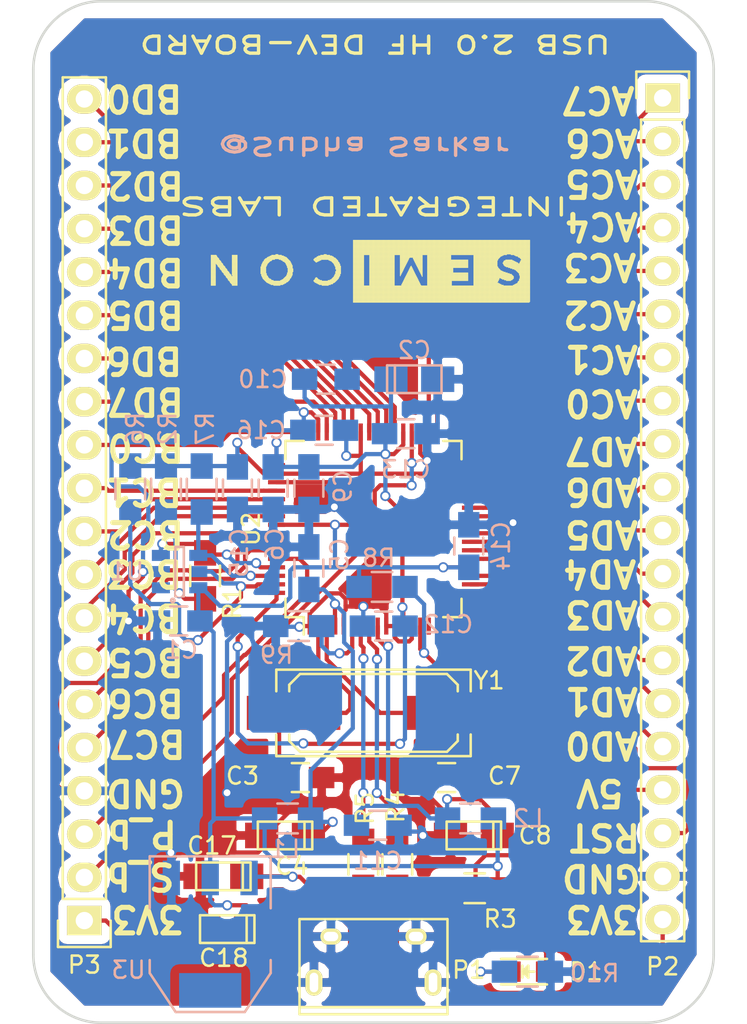
<source format=kicad_pcb>
(kicad_pcb (version 4) (host pcbnew 4.0.2+dfsg1-stable)
  (layers (0 F.Cu signal) (31 B.Cu signal) (34 B.Paste user) (35 F.Paste user) (36 B.SilkS user) (37 F.SilkS user) (38 B.Mask user) (39 F.Mask user) (44 Edge.Cuts user))
  (net 0 "")
  (net 1 +3V3)
  (net 2 GND)
  (net 3 +1V8)
  (net 4 "Net-(C3-Pad1)")
  (net 5 "Net-(C4-Pad1)")
  (net 6 "Net-(C7-Pad1)")
  (net 7 "Net-(C11-Pad1)")
  (net 8 +5V)
  (net 9 "Net-(D1-Pad1)")
  (net 10 "Net-(P1-Pad2)")
  (net 11 "Net-(P1-Pad3)")
  (net 12 /RESET)
  (net 13 /ADBUS0)
  (net 14 /ADBUS1)
  (net 15 /ADBUS2)
  (net 16 /ADBUS3)
  (net 17 /ADBUS4)
  (net 18 /ADBUS5)
  (net 19 /ADBUS6)
  (net 20 /ADBUS7)
  (net 21 /ACBUS0)
  (net 22 /ACBUS1)
  (net 23 /ACBUS2)
  (net 24 /ACBUS3)
  (net 25 /ACBUS4)
  (net 26 /ACBUS5)
  (net 27 /ACBUS6)
  (net 28 /ACBUS7)
  (net 29 /BDBUS0)
  (net 30 /BDBUS1)
  (net 31 /BDBUS2)
  (net 32 /BDBUS3)
  (net 33 /BDBUS4)
  (net 34 /BDBUS5)
  (net 35 /BDBUS6)
  (net 36 /BDBUS7)
  (net 37 /BCBUS0)
  (net 38 /BCBUS1)
  (net 39 /BCBUS2)
  (net 40 /BCBUS3)
  (net 41 /BCBUS4)
  (net 42 /BCBUS5)
  (net 43 /BCBUS6)
  (net 44 /BCBUS7)
  (net 45 /PWREN_b)
  (net 46 /SUSPEND_b)
  (net 47 "Net-(R1-Pad1)")
  (net 48 /EEPROM_DATA)
  (net 49 /USB_DP)
  (net 50 /USB_DM)
  (net 51 /EEPROM_CS)
  (net 52 /EEPROM_CLK)
  (net 53 "Net-(R9-Pad1)")
  (module Capacitors_Tantalum_SMD:TantalC_SizeS_EIA-3216 (layer B.Cu) (at 153.4 102.2 180)
    (fp_text reference C2 (at 0 1.7 180) (layer B.SilkS) (effects (justify mirror)))
    (fp_text value 4.7uF)
    (pad 1 smd rect (at 1.37414 0 180) (size 1.95072 1.50114) (layers B.Cu B.Paste B.Mask) (net 3 +1V8))
    (pad 2 smd rect (at -1.37414 0 180) (size 1.95072 1.50114) (layers B.Cu B.Paste B.Mask) (net 2 GND))
  )
  (module Capacitors_SMD:C_0805_HandSoldering (layer B.Cu) (at 139.55 116.4 180)
    (fp_text reference C1 (at -0.15 -1.7 180) (layer B.SilkS) (effects (justify mirror)))
    (fp_text value 0.1uF)
    (pad 1 smd rect (at -1.25 0 180) (size 1.5 1.25) (layers B.Cu B.Paste B.Mask) (net 1 +3V3))
    (pad 2 smd rect (at 1.25 0 180) (size 1.5 1.25) (layers B.Cu B.Paste B.Mask) (net 2 GND))
  )
  (module Capacitors_SMD:C_0805_HandSoldering (layer F.Cu) (at 146.7 125.6)
    (fp_text reference C3 (at -3.4 -0.1) (layer F.SilkS))
    (fp_text value 22pF)
    (pad 1 smd rect (at -1.25 0) (size 1.5 1.25) (layers F.Cu F.Paste F.Mask) (net 4 "Net-(C3-Pad1)"))
    (pad 2 smd rect (at 1.25 0) (size 1.5 1.25) (layers F.Cu F.Paste F.Mask) (net 2 GND))
  )
  (module Capacitors_SMD:C_0805_HandSoldering (layer B.Cu) (at 147.2 113.3 90)
    (fp_text reference C5 (at 0.8 1.8 90) (layer B.SilkS) (effects (justify mirror)))
    (fp_text value 0.1uF)
    (pad 1 smd rect (at -1.25 0 90) (size 1.5 1.25) (layers B.Cu B.Paste B.Mask) (net 5 "Net-(C4-Pad1)"))
    (pad 2 smd rect (at 1.25 0 90) (size 1.5 1.25) (layers B.Cu B.Paste B.Mask) (net 2 GND))
  )
  (module Capacitors_SMD:C_0805_HandSoldering (layer B.Cu) (at 145.1 108.6 270)
    (fp_text reference C6 (at 3.3 -0.1 270) (layer B.SilkS) (effects (justify mirror)))
    (fp_text value 0.1uF)
    (pad 1 smd rect (at -1.25 0 270) (size 1.5 1.25) (layers B.Cu B.Paste B.Mask) (net 3 +1V8))
    (pad 2 smd rect (at 1.25 0 270) (size 1.5 1.25) (layers B.Cu B.Paste B.Mask) (net 2 GND))
  )
  (module Capacitors_SMD:C_0805_HandSoldering (layer F.Cu) (at 155.3 125.6 180)
    (fp_text reference C7 (at -3.4 0.1 180) (layer F.SilkS))
    (fp_text value 22pF)
    (pad 1 smd rect (at -1.25 0 180) (size 1.5 1.25) (layers F.Cu F.Paste F.Mask) (net 6 "Net-(C7-Pad1)"))
    (pad 2 smd rect (at 1.25 0 180) (size 1.5 1.25) (layers F.Cu F.Paste F.Mask) (net 2 GND))
  )
  (module Capacitors_SMD:C_0805_HandSoldering (layer B.Cu) (at 147.2 108.6 270)
    (fp_text reference C9 (at -0.1 -2 270) (layer B.SilkS) (effects (justify mirror)))
    (fp_text value 0.1uF)
    (pad 1 smd rect (at -1.25 0 270) (size 1.5 1.25) (layers B.Cu B.Paste B.Mask) (net 3 +1V8))
    (pad 2 smd rect (at 1.25 0 270) (size 1.5 1.25) (layers B.Cu B.Paste B.Mask) (net 2 GND))
  )
  (module Capacitors_SMD:C_0805_HandSoldering (layer B.Cu) (at 148.2 102.2)
    (fp_text reference C10 (at -3.7 0) (layer B.SilkS) (effects (justify mirror)))
    (fp_text value 0.1uF)
    (pad 1 smd rect (at -1.25 0) (size 1.5 1.25) (layers B.Cu B.Paste B.Mask) (net 3 +1V8))
    (pad 2 smd rect (at 1.25 0) (size 1.5 1.25) (layers B.Cu B.Paste B.Mask) (net 2 GND))
  )
  (module Capacitors_SMD:C_0805_HandSoldering (layer B.Cu) (at 151.25 128.4)
    (fp_text reference C11 (at 0 2.1) (layer B.SilkS) (effects (justify mirror)))
    (fp_text value 0.1uF)
    (pad 1 smd rect (at -1.25 0) (size 1.5 1.25) (layers B.Cu B.Paste B.Mask) (net 7 "Net-(C11-Pad1)"))
    (pad 2 smd rect (at 1.25 0) (size 1.5 1.25) (layers B.Cu B.Paste B.Mask) (net 2 GND))
  )
  (module Capacitors_SMD:C_0805_HandSoldering (layer B.Cu) (at 151.6 116.7 180)
    (fp_text reference C12 (at -3.8 0.1 180) (layer B.SilkS) (effects (justify mirror)))
    (fp_text value 0.1uF)
    (pad 1 smd rect (at -1.25 0 180) (size 1.5 1.25) (layers B.Cu B.Paste B.Mask) (net 3 +1V8))
    (pad 2 smd rect (at 1.25 0 180) (size 1.5 1.25) (layers B.Cu B.Paste B.Mask) (net 2 GND))
  )
  (module Capacitors_SMD:C_0805_HandSoldering (layer B.Cu) (at 152.9 105.4)
    (fp_text reference C13 (at 0 2.1) (layer B.SilkS) (effects (justify mirror)))
    (fp_text value 0.1uF)
    (pad 1 smd rect (at -1.25 0) (size 1.5 1.25) (layers B.Cu B.Paste B.Mask) (net 3 +1V8))
    (pad 2 smd rect (at 1.25 0) (size 1.5 1.25) (layers B.Cu B.Paste B.Mask) (net 2 GND))
  )
  (module Capacitors_SMD:C_0805_HandSoldering (layer B.Cu) (at 156.6 112 90)
    (fp_text reference C14 (at 0 1.9 90) (layer B.SilkS) (effects (justify mirror)))
    (fp_text value 0.1uF)
    (pad 1 smd rect (at -1.25 0 90) (size 1.5 1.25) (layers B.Cu B.Paste B.Mask) (net 1 +3V3))
    (pad 2 smd rect (at 1.25 0 90) (size 1.5 1.25) (layers B.Cu B.Paste B.Mask) (net 2 GND))
  )
  (module Capacitors_SMD:C_0805_HandSoldering (layer B.Cu) (at 143 108.6 270)
    (fp_text reference C15 (at 3.8 -0.1 270) (layer B.SilkS) (effects (justify mirror)))
    (fp_text value 0.1uF)
    (pad 1 smd rect (at -1.25 0 270) (size 1.5 1.25) (layers B.Cu B.Paste B.Mask) (net 1 +3V3))
    (pad 2 smd rect (at 1.25 0 270) (size 1.5 1.25) (layers B.Cu B.Paste B.Mask) (net 2 GND))
  )
  (module Capacitors_SMD:C_0805_HandSoldering (layer B.Cu) (at 148.1 105.2 180)
    (fp_text reference C16 (at 3.7 0 180) (layer B.SilkS) (effects (justify mirror)))
    (fp_text value 0.1uF)
    (pad 1 smd rect (at -1.25 0 180) (size 1.5 1.25) (layers B.Cu B.Paste B.Mask) (net 1 +3V3))
    (pad 2 smd rect (at 1.25 0 180) (size 1.5 1.25) (layers B.Cu B.Paste B.Mask) (net 2 GND))
  )
  (module LEDs:LED_0805 (layer F.Cu) (at 160.1 137)
    (fp_text reference D1 (at 3.4 0) (layer F.SilkS))
    (fp_text value LED)
    (pad 2 smd rect (at 1.04902 0 180) (size 1.19888 1.19888) (layers F.Cu F.Paste F.Mask) (net 1 +3V3))
    (pad 1 smd rect (at -1.04902 0 180) (size 1.19888 1.19888) (layers F.Cu F.Paste F.Mask) (net 9 "Net-(D1-Pad1)"))
  )
  (module Custom_Footprints:Inductor_0805 (layer B.Cu) (at 145.95 128)
    (fp_text reference L1 (at -0.15 1.8) (layer B.SilkS) (effects (justify mirror)))
    (fp_text value 1uH)
    (pad 1 smd rect (at -1.35 0) (size 1.5 1.3) (layers B.Cu B.Paste B.Mask) (net 1 +3V3))
    (pad 2 smd rect (at 1.35 0) (size 1.5 1.3) (layers B.Cu B.Paste B.Mask) (net 5 "Net-(C4-Pad1)"))
  )
  (module Custom_Footprints:Inductor_0805 (layer B.Cu) (at 156.7 128 180)
    (fp_text reference L2 (at -3.4 0 180) (layer B.SilkS) (effects (justify mirror)))
    (fp_text value 1uH)
    (pad 1 smd rect (at -1.35 0 180) (size 1.5 1.3) (layers B.Cu B.Paste B.Mask) (net 1 +3V3))
    (pad 2 smd rect (at 1.35 0 180) (size 1.5 1.3) (layers B.Cu B.Paste B.Mask) (net 7 "Net-(C11-Pad1)"))
  )
  (module Resistors_SMD:R_0805_HandSoldering (layer F.Cu) (at 141.1 113.75 90)
    (fp_text reference R1 (at -1.6 1.6 90) (layer F.SilkS))
    (fp_text value 2K)
    (pad 1 smd rect (at -1.35 0 90) (size 1.5 1.3) (layers F.Cu F.Paste F.Mask) (net 47 "Net-(R1-Pad1)"))
    (pad 2 smd rect (at 1.35 0 90) (size 1.5 1.3) (layers F.Cu F.Paste F.Mask) (net 48 /EEPROM_DATA))
  )
  (module Resistors_SMD:R_0805_HandSoldering (layer B.Cu) (at 138.8 108.65 270)
    (fp_text reference R2 (at -3.55 -0.1 270) (layer B.SilkS) (effects (justify mirror)))
    (fp_text value 4.7K)
    (pad 1 smd rect (at -1.35 0 270) (size 1.5 1.3) (layers B.Cu B.Paste B.Mask) (net 1 +3V3))
    (pad 2 smd rect (at 1.35 0 270) (size 1.5 1.3) (layers B.Cu B.Paste B.Mask) (net 47 "Net-(R1-Pad1)"))
  )
  (module Resistors_SMD:R_0805_HandSoldering (layer F.Cu) (at 156.95 132.1 180)
    (fp_text reference R3 (at -1.5 -1.8 180) (layer F.SilkS))
    (fp_text value 1.5K)
    (pad 1 smd rect (at -1.35 0 180) (size 1.5 1.3) (layers F.Cu F.Paste F.Mask) (net 1 +3V3))
    (pad 2 smd rect (at 1.35 0 180) (size 1.5 1.3) (layers F.Cu F.Paste F.Mask) (net 11 "Net-(P1-Pad3)"))
  )
  (module Resistors_SMD:R_0805_HandSoldering (layer F.Cu) (at 152.4 130.7 270)
    (fp_text reference R4 (at -3.4 0.1 270) (layer F.SilkS))
    (fp_text value 22R)
    (pad 1 smd rect (at -1.35 0 270) (size 1.5 1.3) (layers F.Cu F.Paste F.Mask) (net 49 /USB_DP))
    (pad 2 smd rect (at 1.35 0 270) (size 1.5 1.3) (layers F.Cu F.Paste F.Mask) (net 11 "Net-(P1-Pad3)"))
  )
  (module Resistors_SMD:R_0805_HandSoldering (layer F.Cu) (at 150.4 130.7 270)
    (fp_text reference R5 (at -3.3 -0.1 270) (layer F.SilkS))
    (fp_text value 22R)
    (pad 1 smd rect (at -1.35 0 270) (size 1.5 1.3) (layers F.Cu F.Paste F.Mask) (net 50 /USB_DM))
    (pad 2 smd rect (at 1.35 0 270) (size 1.5 1.3) (layers F.Cu F.Paste F.Mask) (net 10 "Net-(P1-Pad2)"))
  )
  (module Resistors_SMD:R_0805_HandSoldering (layer B.Cu) (at 136.7 108.65 270)
    (fp_text reference R6 (at -3.55 -0.3 270) (layer B.SilkS) (effects (justify mirror)))
    (fp_text value 4.7K)
    (pad 1 smd rect (at -1.35 0 270) (size 1.5 1.3) (layers B.Cu B.Paste B.Mask) (net 1 +3V3))
    (pad 2 smd rect (at 1.35 0 270) (size 1.5 1.3) (layers B.Cu B.Paste B.Mask) (net 51 /EEPROM_CS))
  )
  (module Resistors_SMD:R_0805_HandSoldering (layer B.Cu) (at 140.9 108.65 270)
    (fp_text reference R7 (at -3.55 -0.2 270) (layer B.SilkS) (effects (justify mirror)))
    (fp_text value 4.7K)
    (pad 1 smd rect (at -1.35 0 270) (size 1.5 1.3) (layers B.Cu B.Paste B.Mask) (net 1 +3V3))
    (pad 2 smd rect (at 1.35 0 270) (size 1.5 1.3) (layers B.Cu B.Paste B.Mask) (net 52 /EEPROM_CLK))
  )
  (module Resistors_SMD:R_0805_HandSoldering (layer B.Cu) (at 151.5 114.4)
    (fp_text reference R8 (at -0.2 -1.7) (layer B.SilkS) (effects (justify mirror)))
    (fp_text value 4.7K)
    (pad 1 smd rect (at -1.35 0) (size 1.5 1.3) (layers B.Cu B.Paste B.Mask) (net 1 +3V3))
    (pad 2 smd rect (at 1.35 0) (size 1.5 1.3) (layers B.Cu B.Paste B.Mask) (net 12 /RESET))
  )
  (module Resistors_SMD:R_0805_HandSoldering (layer B.Cu) (at 146.6 116.7 180)
    (fp_text reference R9 (at 1.3 -1.7 180) (layer B.SilkS) (effects (justify mirror)))
    (fp_text value "12K 1%")
    (pad 1 smd rect (at -1.35 0 180) (size 1.5 1.3) (layers B.Cu B.Paste B.Mask) (net 53 "Net-(R9-Pad1)"))
    (pad 2 smd rect (at 1.35 0 180) (size 1.5 1.3) (layers B.Cu B.Paste B.Mask) (net 2 GND))
  )
  (module Resistors_SMD:R_0805_HandSoldering (layer B.Cu) (at 160.05 137)
    (fp_text reference R10 (at 3.95 0.1) (layer B.SilkS) (effects (justify mirror)))
    (fp_text value 220R)
    (pad 1 smd rect (at -1.35 0) (size 1.5 1.3) (layers B.Cu B.Paste B.Mask) (net 9 "Net-(D1-Pad1)"))
    (pad 2 smd rect (at 1.35 0) (size 1.5 1.3) (layers B.Cu B.Paste B.Mask) (net 2 GND))
  )
  (module TO_SOT_Packages_SMD:SOT-23-6 (layer B.Cu) (at 139.6 113.5)
    (fp_text reference U1 (at -3.1 0) (layer B.SilkS) (effects (justify mirror)))
    (fp_text value 93LC56B)
    (pad 1 smd rect (at -1.1 0.95) (size 1.06 0.65) (layers B.Cu B.Paste B.Mask) (net 47 "Net-(R1-Pad1)"))
    (pad 2 smd rect (at -1.1 0) (size 1.06 0.65) (layers B.Cu B.Paste B.Mask) (net 2 GND))
    (pad 3 smd rect (at -1.1 -0.95) (size 1.06 0.65) (layers B.Cu B.Paste B.Mask) (net 48 /EEPROM_DATA))
    (pad 4 smd rect (at 1.1 -0.95) (size 1.06 0.65) (layers B.Cu B.Paste B.Mask) (net 52 /EEPROM_CLK))
    (pad 6 smd rect (at 1.1 0.95) (size 1.06 0.65) (layers B.Cu B.Paste B.Mask) (net 1 +3V3))
    (pad 5 smd rect (at 1.1 0) (size 1.06 0.65) (layers B.Cu B.Paste B.Mask) (net 51 /EEPROM_CS))
  )
  (module Housings_QFP:LQFP-64_10x10mm_Pitch0.5mm (layer F.Cu) (at 151 111 90)
    (fp_text reference U2 (at 0 -7.2 90) (layer F.SilkS))
    (fp_text value FT2232HL)
    (pad 1 smd rect (at -5.7 -3.75 90) (size 1 0.25) (layers F.Cu F.Paste F.Mask) (net 2 GND))
    (pad 2 smd rect (at -5.7 -3.25 90) (size 1 0.25) (layers F.Cu F.Paste F.Mask) (net 4 "Net-(C3-Pad1)"))
    (pad 3 smd rect (at -5.7 -2.75 90) (size 1 0.25) (layers F.Cu F.Paste F.Mask) (net 6 "Net-(C7-Pad1)"))
    (pad 4 smd rect (at -5.7 -2.25 90) (size 1 0.25) (layers F.Cu F.Paste F.Mask) (net 5 "Net-(C4-Pad1)"))
    (pad 5 smd rect (at -5.7 -1.75 90) (size 1 0.25) (layers F.Cu F.Paste F.Mask) (net 2 GND))
    (pad 6 smd rect (at -5.7 -1.25 90) (size 1 0.25) (layers F.Cu F.Paste F.Mask) (net 53 "Net-(R9-Pad1)"))
    (pad 7 smd rect (at -5.7 -0.75 90) (size 1 0.25) (layers F.Cu F.Paste F.Mask) (net 50 /USB_DM))
    (pad 8 smd rect (at -5.7 -0.25 90) (size 1 0.25) (layers F.Cu F.Paste F.Mask) (net 49 /USB_DP))
    (pad 9 smd rect (at -5.7 0.25 90) (size 1 0.25) (layers F.Cu F.Paste F.Mask) (net 7 "Net-(C11-Pad1)"))
    (pad 10 smd rect (at -5.7 0.75 90) (size 1 0.25) (layers F.Cu F.Paste F.Mask) (net 2 GND))
    (pad 11 smd rect (at -5.7 1.25 90) (size 1 0.25) (layers F.Cu F.Paste F.Mask) (net 2 GND))
    (pad 12 smd rect (at -5.7 1.75 90) (size 1 0.25) (layers F.Cu F.Paste F.Mask) (net 3 +1V8))
    (pad 13 smd rect (at -5.7 2.25 90) (size 1 0.25) (layers F.Cu F.Paste F.Mask) (net 2 GND))
    (pad 14 smd rect (at -5.7 2.75 90) (size 1 0.25) (layers F.Cu F.Paste F.Mask) (net 12 /RESET))
    (pad 15 smd rect (at -5.7 3.25 90) (size 1 0.25) (layers F.Cu F.Paste F.Mask))
    (pad 16 smd rect (at -5.7 3.75 90) (size 1 0.25) (layers F.Cu F.Paste F.Mask) (net 13 /ADBUS0))
    (pad 17 smd rect (at -3.75 5.7 180) (size 1 0.25) (layers F.Cu F.Paste F.Mask) (net 14 /ADBUS1))
    (pad 18 smd rect (at -3.25 5.7 180) (size 1 0.25) (layers F.Cu F.Paste F.Mask) (net 15 /ADBUS2))
    (pad 19 smd rect (at -2.75 5.7 180) (size 1 0.25) (layers F.Cu F.Paste F.Mask) (net 16 /ADBUS3))
    (pad 20 smd rect (at -2.25 5.7 180) (size 1 0.25) (layers F.Cu F.Paste F.Mask) (net 1 +3V3))
    (pad 21 smd rect (at -1.75 5.7 180) (size 1 0.25) (layers F.Cu F.Paste F.Mask) (net 17 /ADBUS4))
    (pad 22 smd rect (at -1.25 5.7 180) (size 1 0.25) (layers F.Cu F.Paste F.Mask) (net 18 /ADBUS5))
    (pad 23 smd rect (at -0.75 5.7 180) (size 1 0.25) (layers F.Cu F.Paste F.Mask) (net 19 /ADBUS6))
    (pad 24 smd rect (at -0.25 5.7 180) (size 1 0.25) (layers F.Cu F.Paste F.Mask) (net 20 /ADBUS7))
    (pad 25 smd rect (at 0.25 5.7 180) (size 1 0.25) (layers F.Cu F.Paste F.Mask) (net 2 GND))
    (pad 26 smd rect (at 0.75 5.7 180) (size 1 0.25) (layers F.Cu F.Paste F.Mask) (net 21 /ACBUS0))
    (pad 27 smd rect (at 1.25 5.7 180) (size 1 0.25) (layers F.Cu F.Paste F.Mask) (net 22 /ACBUS1))
    (pad 28 smd rect (at 1.75 5.7 180) (size 1 0.25) (layers F.Cu F.Paste F.Mask) (net 23 /ACBUS2))
    (pad 29 smd rect (at 2.25 5.7 180) (size 1 0.25) (layers F.Cu F.Paste F.Mask) (net 24 /ACBUS3))
    (pad 30 smd rect (at 2.75 5.7 180) (size 1 0.25) (layers F.Cu F.Paste F.Mask) (net 25 /ACBUS4))
    (pad 31 smd rect (at 3.25 5.7 180) (size 1 0.25) (layers F.Cu F.Paste F.Mask) (net 1 +3V3))
    (pad 32 smd rect (at 3.75 5.7 180) (size 1 0.25) (layers F.Cu F.Paste F.Mask) (net 26 /ACBUS5))
    (pad 33 smd rect (at 5.7 3.75 90) (size 1 0.25) (layers F.Cu F.Paste F.Mask) (net 27 /ACBUS6))
    (pad 34 smd rect (at 5.7 3.25 90) (size 1 0.25) (layers F.Cu F.Paste F.Mask) (net 28 /ACBUS7))
    (pad 35 smd rect (at 5.7 2.75 90) (size 1 0.25) (layers F.Cu F.Paste F.Mask) (net 2 GND))
    (pad 36 smd rect (at 5.7 2.25 90) (size 1 0.25) (layers F.Cu F.Paste F.Mask) (net 46 /SUSPEND_b))
    (pad 37 smd rect (at 5.7 1.75 90) (size 1 0.25) (layers F.Cu F.Paste F.Mask) (net 3 +1V8))
    (pad 38 smd rect (at 5.7 1.25 90) (size 1 0.25) (layers F.Cu F.Paste F.Mask) (net 29 /BDBUS0))
    (pad 39 smd rect (at 5.7 0.75 90) (size 1 0.25) (layers F.Cu F.Paste F.Mask) (net 30 /BDBUS1))
    (pad 40 smd rect (at 5.7 0.25 90) (size 1 0.25) (layers F.Cu F.Paste F.Mask) (net 31 /BDBUS2))
    (pad 41 smd rect (at 5.7 -0.25 90) (size 1 0.25) (layers F.Cu F.Paste F.Mask) (net 32 /BDBUS3))
    (pad 42 smd rect (at 5.7 -0.75 90) (size 1 0.25) (layers F.Cu F.Paste F.Mask) (net 1 +3V3))
    (pad 43 smd rect (at 5.7 -1.25 90) (size 1 0.25) (layers F.Cu F.Paste F.Mask) (net 33 /BDBUS4))
    (pad 44 smd rect (at 5.7 -1.75 90) (size 1 0.25) (layers F.Cu F.Paste F.Mask) (net 34 /BDBUS5))
    (pad 45 smd rect (at 5.7 -2.25 90) (size 1 0.25) (layers F.Cu F.Paste F.Mask) (net 35 /BDBUS6))
    (pad 46 smd rect (at 5.7 -2.75 90) (size 1 0.25) (layers F.Cu F.Paste F.Mask) (net 36 /BDBUS7))
    (pad 47 smd rect (at 5.7 -3.25 90) (size 1 0.25) (layers F.Cu F.Paste F.Mask) (net 2 GND))
    (pad 48 smd rect (at 5.7 -3.75 90) (size 1 0.25) (layers F.Cu F.Paste F.Mask) (net 37 /BCBUS0))
    (pad 49 smd rect (at 3.75 -5.7 180) (size 1 0.25) (layers F.Cu F.Paste F.Mask) (net 3 +1V8))
    (pad 50 smd rect (at 3.25 -5.7 180) (size 1 0.25) (layers F.Cu F.Paste F.Mask) (net 1 +3V3))
    (pad 51 smd rect (at 2.75 -5.7 180) (size 1 0.25) (layers F.Cu F.Paste F.Mask) (net 2 GND))
    (pad 52 smd rect (at 2.25 -5.7 180) (size 1 0.25) (layers F.Cu F.Paste F.Mask) (net 38 /BCBUS1))
    (pad 53 smd rect (at 1.75 -5.7 180) (size 1 0.25) (layers F.Cu F.Paste F.Mask) (net 39 /BCBUS2))
    (pad 54 smd rect (at 1.25 -5.7 180) (size 1 0.25) (layers F.Cu F.Paste F.Mask) (net 40 /BCBUS3))
    (pad 55 smd rect (at 0.75 -5.7 180) (size 1 0.25) (layers F.Cu F.Paste F.Mask) (net 41 /BCBUS4))
    (pad 56 smd rect (at 0.25 -5.7 180) (size 1 0.25) (layers F.Cu F.Paste F.Mask) (net 1 +3V3))
    (pad 57 smd rect (at -0.25 -5.7 180) (size 1 0.25) (layers F.Cu F.Paste F.Mask) (net 42 /BCBUS5))
    (pad 58 smd rect (at -0.75 -5.7 180) (size 1 0.25) (layers F.Cu F.Paste F.Mask) (net 43 /BCBUS6))
    (pad 59 smd rect (at -1.25 -5.7 180) (size 1 0.25) (layers F.Cu F.Paste F.Mask) (net 44 /BCBUS7))
    (pad 60 smd rect (at -1.75 -5.7 180) (size 1 0.25) (layers F.Cu F.Paste F.Mask) (net 45 /PWREN_b))
    (pad 61 smd rect (at -2.25 -5.7 180) (size 1 0.25) (layers F.Cu F.Paste F.Mask) (net 48 /EEPROM_DATA))
    (pad 62 smd rect (at -2.75 -5.7 180) (size 1 0.25) (layers F.Cu F.Paste F.Mask) (net 52 /EEPROM_CLK))
    (pad 63 smd rect (at -3.25 -5.7 180) (size 1 0.25) (layers F.Cu F.Paste F.Mask) (net 51 /EEPROM_CS))
    (pad 64 smd rect (at -3.75 -5.7 180) (size 1 0.25) (layers F.Cu F.Paste F.Mask) (net 3 +1V8))
  )
  (module TO_SOT_Packages_SMD:SOT-223 (layer B.Cu) (at 141.4 134.798)
    (fp_text reference U3 (at -4.8 2.102) (layer B.SilkS) (effects (justify mirror)))
    (fp_text value NCP1117LPST33)
    (pad 4 smd rect (at 0 3.302) (size 3.6576 2.032) (layers B.Cu B.Paste B.Mask))
    (pad 2 smd rect (at 0 -3.302) (size 1.016 2.032) (layers B.Cu B.Paste B.Mask) (net 1 +3V3))
    (pad 3 smd rect (at 2.286 -3.302) (size 1.016 2.032) (layers B.Cu B.Paste B.Mask) (net 8 +5V))
    (pad 1 smd rect (at -2.286 -3.302) (size 1.016 2.032) (layers B.Cu B.Paste B.Mask) (net 2 GND))
  )
  (module Crystals:Q_49U3HMS (layer F.Cu) (at 151 121.8)
    (fp_text reference Y1 (at 6.8 -1.9) (layer F.SilkS))
    (fp_text value 12MHz)
    (pad 1 smd rect (at -4.699 0) (size 5.4991 1.99898) (layers F.Cu F.Paste F.Mask) (net 4 "Net-(C3-Pad1)"))
    (pad 2 smd rect (at 4.699 0) (size 5.4991 1.99898) (layers F.Cu F.Paste F.Mask) (net 6 "Net-(C7-Pad1)"))
  )
  (module Custom_Footprints:USB_Micro-B (layer F.Cu) (at 151 136.5)
    (fp_text reference P1 (at 5.6 0.4) (layer F.SilkS))
    (fp_text value USB_OTG)
    (pad 1 smd rect (at -1.3009 -1.56254 90) (size 1.35 0.4) (layers F.Cu F.Paste F.Mask) (net 8 +5V))
    (pad 2 smd rect (at -0.6509 -1.56254 90) (size 1.35 0.4) (layers F.Cu F.Paste F.Mask) (net 10 "Net-(P1-Pad2)"))
    (pad 3 smd rect (at -0.0009 -1.56254 90) (size 1.35 0.4) (layers F.Cu F.Paste F.Mask) (net 11 "Net-(P1-Pad3)"))
    (pad 4 smd rect (at 0.6491 -1.56254 90) (size 1.35 0.4) (layers F.Cu F.Paste F.Mask) (net 2 GND))
    (pad 5 smd rect (at 1.2991 -1.56254 90) (size 1.35 0.4) (layers F.Cu F.Paste F.Mask) (net 2 GND))
    (pad 6 thru_hole oval (at -2.5009 -1.56254 90) (size 0.95 1.25) (drill oval 0.55 0.85) (layers *.Cu *.Mask F.SilkS) (net 2 GND))
    (pad 6 thru_hole oval (at 2.4991 -1.56254 90) (size 0.95 1.25) (drill oval 0.55 0.85) (layers *.Cu *.Mask F.SilkS) (net 2 GND))
    (pad 6 thru_hole oval (at -3.5009 1.13746 90) (size 1.55 1) (drill oval 1.15 0.5) (layers *.Cu *.Mask F.SilkS) (net 2 GND))
    (pad 6 thru_hole oval (at 3.4991 1.13746 90) (size 1.55 1) (drill oval 1.15 0.5) (layers *.Cu *.Mask F.SilkS) (net 2 GND))
  )
  (module Custom_Footprints:Pin_Header_Straight_1x20_without_3D (layer F.Cu) (at 168 85.68)
    (fp_text reference P2 (at 0 51.02) (layer F.SilkS))
    (fp_text value CONN_01X20)
    (pad 1 thru_hole rect (at 0 0) (size 2.032 1.7272) (drill 1.016) (layers *.Cu *.Mask F.SilkS) (net 28 /ACBUS7))
    (pad 2 thru_hole oval (at 0 2.54) (size 2.032 1.7272) (drill 1.016) (layers *.Cu *.Mask F.SilkS) (net 27 /ACBUS6))
    (pad 3 thru_hole oval (at 0 5.08) (size 2.032 1.7272) (drill 1.016) (layers *.Cu *.Mask F.SilkS) (net 26 /ACBUS5))
    (pad 4 thru_hole oval (at 0 7.62) (size 2.032 1.7272) (drill 1.016) (layers *.Cu *.Mask F.SilkS) (net 25 /ACBUS4))
    (pad 5 thru_hole oval (at 0 10.16) (size 2.032 1.7272) (drill 1.016) (layers *.Cu *.Mask F.SilkS) (net 24 /ACBUS3))
    (pad 6 thru_hole oval (at 0 12.7) (size 2.032 1.7272) (drill 1.016) (layers *.Cu *.Mask F.SilkS) (net 23 /ACBUS2))
    (pad 7 thru_hole oval (at 0 15.24) (size 2.032 1.7272) (drill 1.016) (layers *.Cu *.Mask F.SilkS) (net 22 /ACBUS1))
    (pad 8 thru_hole oval (at 0 17.78) (size 2.032 1.7272) (drill 1.016) (layers *.Cu *.Mask F.SilkS) (net 21 /ACBUS0))
    (pad 9 thru_hole oval (at 0 20.32) (size 2.032 1.7272) (drill 1.016) (layers *.Cu *.Mask F.SilkS) (net 20 /ADBUS7))
    (pad 10 thru_hole oval (at 0 22.86) (size 2.032 1.7272) (drill 1.016) (layers *.Cu *.Mask F.SilkS) (net 19 /ADBUS6))
    (pad 11 thru_hole oval (at 0 25.4) (size 2.032 1.7272) (drill 1.016) (layers *.Cu *.Mask F.SilkS) (net 18 /ADBUS5))
    (pad 12 thru_hole oval (at 0 27.94) (size 2.032 1.7272) (drill 1.016) (layers *.Cu *.Mask F.SilkS) (net 17 /ADBUS4))
    (pad 13 thru_hole oval (at 0 30.48) (size 2.032 1.7272) (drill 1.016) (layers *.Cu *.Mask F.SilkS) (net 16 /ADBUS3))
    (pad 14 thru_hole oval (at 0 33.02) (size 2.032 1.7272) (drill 1.016) (layers *.Cu *.Mask F.SilkS) (net 15 /ADBUS2))
    (pad 15 thru_hole oval (at 0 35.56) (size 2.032 1.7272) (drill 1.016) (layers *.Cu *.Mask F.SilkS) (net 14 /ADBUS1))
    (pad 16 thru_hole oval (at 0 38.1) (size 2.032 1.7272) (drill 1.016) (layers *.Cu *.Mask F.SilkS) (net 13 /ADBUS0))
    (pad 17 thru_hole oval (at 0 40.64) (size 2.032 1.7272) (drill 1.016) (layers *.Cu *.Mask F.SilkS) (net 8 +5V))
    (pad 18 thru_hole oval (at 0 43.18) (size 2.032 1.7272) (drill 1.016) (layers *.Cu *.Mask F.SilkS) (net 12 /RESET))
    (pad 19 thru_hole oval (at 0 45.72) (size 2.032 1.7272) (drill 1.016) (layers *.Cu *.Mask F.SilkS) (net 2 GND))
    (pad 20 thru_hole oval (at 0 48.26) (size 2.032 1.7272) (drill 1.016) (layers *.Cu *.Mask F.SilkS) (net 1 +3V3))
  )
  (module Custom_Footprints:Pin_Header_Straight_1x20_without_3D (layer F.Cu) (at 134 134 180)
    (fp_text reference P3 (at 0 -2.6 180) (layer F.SilkS))
    (fp_text value CONN_01X20)
    (pad 1 thru_hole rect (at 0 0 180) (size 2.032 1.7272) (drill 1.016) (layers *.Cu *.Mask F.SilkS) (net 1 +3V3))
    (pad 2 thru_hole oval (at 0 2.54 180) (size 2.032 1.7272) (drill 1.016) (layers *.Cu *.Mask F.SilkS) (net 46 /SUSPEND_b))
    (pad 3 thru_hole oval (at 0 5.08 180) (size 2.032 1.7272) (drill 1.016) (layers *.Cu *.Mask F.SilkS) (net 45 /PWREN_b))
    (pad 4 thru_hole oval (at 0 7.62 180) (size 2.032 1.7272) (drill 1.016) (layers *.Cu *.Mask F.SilkS) (net 2 GND))
    (pad 5 thru_hole oval (at 0 10.16 180) (size 2.032 1.7272) (drill 1.016) (layers *.Cu *.Mask F.SilkS) (net 44 /BCBUS7))
    (pad 6 thru_hole oval (at 0 12.7 180) (size 2.032 1.7272) (drill 1.016) (layers *.Cu *.Mask F.SilkS) (net 43 /BCBUS6))
    (pad 7 thru_hole oval (at 0 15.24 180) (size 2.032 1.7272) (drill 1.016) (layers *.Cu *.Mask F.SilkS) (net 42 /BCBUS5))
    (pad 8 thru_hole oval (at 0 17.78 180) (size 2.032 1.7272) (drill 1.016) (layers *.Cu *.Mask F.SilkS) (net 41 /BCBUS4))
    (pad 9 thru_hole oval (at 0 20.32 180) (size 2.032 1.7272) (drill 1.016) (layers *.Cu *.Mask F.SilkS) (net 40 /BCBUS3))
    (pad 10 thru_hole oval (at 0 22.86 180) (size 2.032 1.7272) (drill 1.016) (layers *.Cu *.Mask F.SilkS) (net 39 /BCBUS2))
    (pad 11 thru_hole oval (at 0 25.4 180) (size 2.032 1.7272) (drill 1.016) (layers *.Cu *.Mask F.SilkS) (net 38 /BCBUS1))
    (pad 12 thru_hole oval (at 0 27.94 180) (size 2.032 1.7272) (drill 1.016) (layers *.Cu *.Mask F.SilkS) (net 37 /BCBUS0))
    (pad 13 thru_hole oval (at 0 30.48 180) (size 2.032 1.7272) (drill 1.016) (layers *.Cu *.Mask F.SilkS) (net 36 /BDBUS7))
    (pad 14 thru_hole oval (at 0 33.02 180) (size 2.032 1.7272) (drill 1.016) (layers *.Cu *.Mask F.SilkS) (net 35 /BDBUS6))
    (pad 15 thru_hole oval (at 0 35.56 180) (size 2.032 1.7272) (drill 1.016) (layers *.Cu *.Mask F.SilkS) (net 34 /BDBUS5))
    (pad 16 thru_hole oval (at 0 38.1 180) (size 2.032 1.7272) (drill 1.016) (layers *.Cu *.Mask F.SilkS) (net 33 /BDBUS4))
    (pad 17 thru_hole oval (at 0 40.64 180) (size 2.032 1.7272) (drill 1.016) (layers *.Cu *.Mask F.SilkS) (net 32 /BDBUS3))
    (pad 18 thru_hole oval (at 0 43.18 180) (size 2.032 1.7272) (drill 1.016) (layers *.Cu *.Mask F.SilkS) (net 31 /BDBUS2))
    (pad 19 thru_hole oval (at 0 45.72 180) (size 2.032 1.7272) (drill 1.016) (layers *.Cu *.Mask F.SilkS) (net 30 /BDBUS1))
    (pad 20 thru_hole oval (at 0 48.26 180) (size 2.032 1.7272) (drill 1.016) (layers *.Cu *.Mask F.SilkS) (net 29 /BDBUS0))
  )
  (module Capacitors_Tantalum_SMD:TantalC_SizeS_EIA-3216 (layer F.Cu) (at 145.8 129)
    (fp_text reference C4 (at 0.4 1.8) (layer F.SilkS))
    (fp_text value 4.7uF)
    (pad 1 smd rect (at 1.37414 0) (size 1.95072 1.50114) (layers F.Cu F.Paste F.Mask) (net 5 "Net-(C4-Pad1)"))
    (pad 2 smd rect (at -1.37414 0) (size 1.95072 1.50114) (layers F.Cu F.Paste F.Mask) (net 2 GND))
  )
  (module Capacitors_Tantalum_SMD:TantalC_SizeS_EIA-3216 (layer F.Cu) (at 142.17414 131.4)
    (fp_text reference C17 (at -0.67414 -1.8) (layer F.SilkS))
    (fp_text value 10uF)
    (pad 1 smd rect (at 1.37414 0) (size 1.95072 1.50114) (layers F.Cu F.Paste F.Mask) (net 8 +5V))
    (pad 2 smd rect (at -1.37414 0) (size 1.95072 1.50114) (layers F.Cu F.Paste F.Mask) (net 2 GND))
  )
  (module Capacitors_Tantalum_SMD:TantalC_SizeS_EIA-3216 (layer F.Cu) (at 142.4 134.5)
    (fp_text reference C18 (at -0.2 1.7) (layer F.SilkS))
    (fp_text value 10uF)
    (pad 1 smd rect (at 1.37414 0) (size 1.95072 1.50114) (layers F.Cu F.Paste F.Mask) (net 1 +3V3))
    (pad 2 smd rect (at -1.37414 0) (size 1.95072 1.50114) (layers F.Cu F.Paste F.Mask) (net 2 GND))
  )
  (module Capacitors_Tantalum_SMD:TantalC_SizeS_EIA-3216 (layer F.Cu) (at 156.9 129)
    (fp_text reference C8 (at 3.6 0) (layer F.SilkS))
    (fp_text value 4.7uF)
    (pad 1 smd rect (at 1.37414 0) (size 1.95072 1.50114) (layers F.Cu F.Paste F.Mask) (net 7 "Net-(C11-Pad1)"))
    (pad 2 smd rect (at -1.37414 0) (size 1.95072 1.50114) (layers F.Cu F.Paste F.Mask) (net 2 GND))
  )
  (module logo:LOGO_19mm (layer F.Cu) (at 150.7 95.8 180)
    (fp_text reference LOGO hide)
    (fp_text value "" (at -9.5 -1.9 180) (layer F.SilkS))
  )
  (gr_text "@Subha Sarkar" (at 150.4 88.5 180) (layer B.SilkS) (effects (font (size 1 1.5) (thickness 0.2)) (justify mirror)))
  (gr_text "USB 2.0 HF DEV-BOARD" (at 151.1 82.5 180) (layer F.SilkS) (effects (font (size 1 1.5) (thickness 0.2))))
  (gr_text "INTEGRATED LABS" (at 151 92 180) (layer F.SilkS) (effects (font (size 1 1.75) (thickness 0.2))))
  (gr_text 3V3 (at 164.4 133.9 180) (layer F.SilkS) (effects (font (size 1.5 1.5) (thickness 0.3))))
  (gr_text GND (at 164.4 131.5 180) (layer F.SilkS) (effects (font (size 1.5 1.5) (thickness 0.3))))
  (gr_text RST (at 164.6 129.1 180) (layer F.SilkS) (effects (font (size 1.5 1.5) (thickness 0.3))))
  (gr_text 5V (at 164.3 126.5 180) (layer F.SilkS) (effects (font (size 1.5 1.5) (thickness 0.3))))
  (gr_text AD0 (at 164.4 123.7 180) (layer F.SilkS) (effects (font (size 1.5 1.5) (thickness 0.3))))
  (gr_text AD1 (at 164.4 121.1 180) (layer F.SilkS) (effects (font (size 1.5 1.5) (thickness 0.3))))
  (gr_text AD2 (at 164.4 118.7 180) (layer F.SilkS) (effects (font (size 1.5 1.5) (thickness 0.3))))
  (gr_text AD3 (at 164.4 116 180) (layer F.SilkS) (effects (font (size 1.5 1.5) (thickness 0.3))))
  (gr_text AD4 (at 164.3 113.6 180) (layer F.SilkS) (effects (font (size 1.5 1.5) (thickness 0.3))))
  (gr_text AD5 (at 164.4 111.3 180) (layer F.SilkS) (effects (font (size 1.5 1.5) (thickness 0.3))))
  (gr_text AD6 (at 164.4 108.8 180) (layer F.SilkS) (effects (font (size 1.5 1.5) (thickness 0.3))))
  (gr_text AD7 (at 164.4 106.4 180) (layer F.SilkS) (effects (font (size 1.5 1.5) (thickness 0.3))))
  (gr_text AC0 (at 164.4 103.6 180) (layer F.SilkS) (effects (font (size 1.5 1.5) (thickness 0.3))))
  (gr_text AC1 (at 164.4 101 180) (layer F.SilkS) (effects (font (size 1.5 1.5) (thickness 0.3))))
  (gr_text AC2 (at 164.3 98.4 180) (layer F.SilkS) (effects (font (size 1.5 1.5) (thickness 0.3))))
  (gr_text AC3 (at 164.3 95.6 180) (layer F.SilkS) (effects (font (size 1.5 1.5) (thickness 0.3))))
  (gr_text AC4 (at 164.4 93.2 180) (layer F.SilkS) (effects (font (size 1.5 1.5) (thickness 0.3))))
  (gr_text AC5 (at 164.4 90.7 180) (layer F.SilkS) (effects (font (size 1.5 1.5) (thickness 0.3))))
  (gr_text "AC6\n" (at 164.4 88.3 180) (layer F.SilkS) (effects (font (size 1.5 1.5) (thickness 0.3))))
  (gr_text AC7 (at 164.2 85.8 180) (layer F.SilkS) (effects (font (size 1.5 1.5) (thickness 0.3))))
  (gr_text 3V3 (at 137.7 133.9 180) (layer F.SilkS) (effects (font (size 1.5 1.5) (thickness 0.3))))
  (gr_text S_b (at 137.3 131.4 180) (layer F.SilkS) (effects (font (size 1.5 1.5) (thickness 0.3))))
  (gr_text P_b (at 137.4 128.9 180) (layer F.SilkS) (effects (font (size 1.5 1.5) (thickness 0.3))))
  (gr_text GND (at 137.6 126.5 180) (layer F.SilkS) (effects (font (size 1.5 1.5) (thickness 0.3))))
  (gr_text BC7 (at 137.7 123.6 180) (layer F.SilkS) (effects (font (size 1.5 1.5) (thickness 0.3))))
  (gr_text BC6 (at 137.6 121.2 180) (layer F.SilkS) (effects (font (size 1.5 1.5) (thickness 0.3))))
  (gr_text BC5 (at 137.6 118.8 180) (layer F.SilkS) (effects (font (size 1.5 1.5) (thickness 0.3))))
  (gr_text BC4 (at 137.5 116.2 180) (layer F.SilkS) (effects (font (size 1.5 1.5) (thickness 0.3))))
  (gr_text BC3 (at 137.5 113.6 180) (layer F.SilkS) (effects (font (size 1.5 1.5) (thickness 0.3))))
  (gr_text BC2 (at 137.6 111.3 180) (layer F.SilkS) (effects (font (size 1.5 1.5) (thickness 0.3))))
  (gr_text BC1 (at 137.5 108.8 180) (layer F.SilkS) (effects (font (size 1.5 1.5) (thickness 0.3))))
  (gr_text BC0 (at 137.6 106.2 180) (layer F.SilkS) (effects (font (size 1.5 1.5) (thickness 0.3))))
  (gr_text BD7 (at 137.6 103.5 180) (layer F.SilkS) (effects (font (size 1.5 1.5) (thickness 0.3))))
  (gr_text BD6 (at 137.5 101.1 180) (layer F.SilkS) (effects (font (size 1.5 1.5) (thickness 0.3))))
  (gr_text BD5 (at 137.6 98.4 180) (layer F.SilkS) (effects (font (size 1.5 1.5) (thickness 0.3))))
  (gr_text BD4 (at 137.6 95.9 180) (layer F.SilkS) (effects (font (size 1.5 1.5) (thickness 0.3))))
  (gr_text BD3 (at 137.6 93.4 180) (layer F.SilkS) (effects (font (size 1.5 1.5) (thickness 0.3))))
  (gr_text BD2 (at 137.6 90.8 180) (layer F.SilkS) (effects (font (size 1.5 1.5) (thickness 0.3))))
  (gr_text BD1 (at 137.5 88.3 180) (layer F.SilkS) (effects (font (size 1.5 1.5) (thickness 0.3))))
  (gr_text BD0 (at 137.5 85.7 180) (layer F.SilkS) (effects (font (size 1.5 1.5) (thickness 0.3))))
  (gr_arc (start 135 84) (end 131 84) (angle 90) (layer Edge.Cuts) (width 0.15))
  (gr_arc (start 167 84) (end 167 80) (angle 90) (layer Edge.Cuts) (width 0.15))
  (gr_arc (start 167 136) (end 171 136) (angle 90) (layer Edge.Cuts) (width 0.15))
  (gr_arc (start 135 136) (end 135 140) (angle 90) (layer Edge.Cuts) (width 0.15))
  (gr_line (start 135 80) (end 167 80) (layer Edge.Cuts) (width 0.15))
  (gr_line (start 135 140) (end 167 140) (layer Edge.Cuts) (width 0.15))
  (gr_line (start 171 84) (end 171 136) (layer Edge.Cuts) (width 0.15))
  (gr_line (start 131 84) (end 131 136) (layer Edge.Cuts) (width 0.15))
  (segment (start 150.25 107.7) (end 150.25 110.472466) (width 0.25) (layer F.Cu) (net 1))
  (segment (start 150.25 110.472466) (end 149.971012 110.751454) (width 0.25) (layer F.Cu) (net 1))
  (segment (start 149.971012 110.751454) (end 148.733358 110.751454) (width 0.25) (layer F.Cu) (net 1))
  (segment (start 148.731904 110.75) (end 148.733358 110.751454) (width 0.25) (layer F.Cu) (net 1))
  (segment (start 145.3 110.75) (end 148.731904 110.75) (width 0.25) (layer F.Cu) (net 1))
  (segment (start 148.733358 111.175718) (end 148.733358 110.751454) (width 0.25) (layer B.Cu) (net 1))
  (segment (start 148.7 113.25) (end 148.733358 113.216642) (width 0.25) (layer B.Cu) (net 1))
  (segment (start 148.733358 113.216642) (end 148.733358 111.175718) (width 0.25) (layer B.Cu) (net 1))
  (via (at 148.733358 110.751454) (size 0.6) (drill 0.4) (layers F.Cu B.Cu) (net 1))
  (segment (start 155.95 107.75) (end 156.7 107.75) (width 0.25) (layer F.Cu) (net 1))
  (segment (start 156.6 113.25) (end 155.1 113.25) (width 0.25) (layer B.Cu) (net 1))
  (segment (start 155.1 113.25) (end 150.2 113.25) (width 0.25) (layer B.Cu) (net 1))
  (segment (start 156.7 113.25) (end 155.1 113.25) (width 0.25) (layer F.Cu) (net 1))
  (via (at 155.1 113.25) (size 0.6) (drill 0.4) (layers F.Cu B.Cu) (net 1))
  (segment (start 150.2 107.75) (end 155.95 107.75) (width 0.25) (layer F.Cu) (net 1))
  (segment (start 134 134) (end 135.266 134) (width 0.25) (layer F.Cu) (net 1))
  (segment (start 135.266 134) (end 137.166 135.9) (width 0.25) (layer F.Cu) (net 1))
  (segment (start 137.166 135.9) (end 143.474216 135.9) (width 0.25) (layer F.Cu) (net 1))
  (segment (start 143.474216 135.9) (end 143.77414 135.600076) (width 0.25) (layer F.Cu) (net 1))
  (segment (start 143.77414 135.600076) (end 143.77414 134.5) (width 0.25) (layer F.Cu) (net 1))
  (segment (start 143.77414 134.5) (end 143.77414 133.354002) (width 0.25) (layer F.Cu) (net 1))
  (segment (start 143.77414 133.354002) (end 143.520138 133.1) (width 0.25) (layer F.Cu) (net 1))
  (segment (start 143.520138 133.1) (end 142.4 133.1) (width 0.25) (layer F.Cu) (net 1))
  (segment (start 142.4 133.1) (end 141.656626 133.1) (width 0.25) (layer B.Cu) (net 1))
  (segment (start 141.656626 133.1) (end 141.4 132.843374) (width 0.25) (layer B.Cu) (net 1))
  (segment (start 141.4 132.843374) (end 141.4 131.496) (width 0.25) (layer B.Cu) (net 1))
  (segment (start 157.875736 130.8) (end 158.3 130.8) (width 0.25) (layer B.Cu) (net 1))
  (segment (start 144.6 128) (end 144.6 129.912784) (width 0.25) (layer B.Cu) (net 1))
  (segment (start 144.6 129.912784) (end 145.487216 130.8) (width 0.25) (layer B.Cu) (net 1))
  (segment (start 145.487216 130.8) (end 157.875736 130.8) (width 0.25) (layer B.Cu) (net 1))
  (segment (start 148.7 113.25) (end 146.298911 113.25) (width 0.25) (layer B.Cu) (net 1))
  (segment (start 146.106261 113.44265) (end 146.106261 115.013056) (width 0.25) (layer B.Cu) (net 1))
  (segment (start 146.298911 113.25) (end 146.106261 113.44265) (width 0.25) (layer B.Cu) (net 1))
  (segment (start 146.106261 115.013056) (end 145.611156 115.508161) (width 0.25) (layer B.Cu) (net 1))
  (segment (start 145.611156 115.508161) (end 141.963161 115.508161) (width 0.25) (layer B.Cu) (net 1))
  (segment (start 141.963161 115.508161) (end 140.905 114.45) (width 0.25) (layer B.Cu) (net 1))
  (segment (start 140.905 114.45) (end 140.7 114.45) (width 0.25) (layer B.Cu) (net 1))
  (segment (start 150.2 113.25) (end 148.7 113.25) (width 0.25) (layer B.Cu) (net 1))
  (segment (start 150.15 114.4) (end 150.15 113.3) (width 0.25) (layer B.Cu) (net 1))
  (segment (start 150.15 113.3) (end 150.2 113.25) (width 0.25) (layer B.Cu) (net 1))
  (segment (start 141.4 131.496) (end 141.4 128.299504) (width 0.25) (layer B.Cu) (net 1))
  (segment (start 141.4 128.299504) (end 141.699504 128) (width 0.25) (layer B.Cu) (net 1))
  (segment (start 141.699504 128) (end 143 128) (width 0.25) (layer B.Cu) (net 1))
  (segment (start 140.8 116.4) (end 140.925 116.4) (width 0.25) (layer B.Cu) (net 1))
  (segment (start 140.925 116.4) (end 141.6 117.075) (width 0.25) (layer B.Cu) (net 1))
  (segment (start 141.6 117.075) (end 141.6 128) (width 0.25) (layer B.Cu) (net 1))
  (segment (start 141.6 128) (end 143 128) (width 0.25) (layer B.Cu) (net 1))
  (segment (start 149.4 106.7) (end 149.4 105.25) (width 0.25) (layer B.Cu) (net 1))
  (segment (start 149.4 105.25) (end 149.35 105.2) (width 0.25) (layer B.Cu) (net 1))
  (segment (start 150.25 106.7) (end 150.25 107.7) (width 0.25) (layer F.Cu) (net 1))
  (segment (start 150.25 105.3) (end 150.25 106.7) (width 0.25) (layer F.Cu) (net 1))
  (segment (start 150.25 106.7) (end 149.4 106.7) (width 0.25) (layer F.Cu) (net 1))
  (via (at 149.4 106.7) (size 0.6) (drill 0.4) (layers F.Cu B.Cu) (net 1))
  (segment (start 145.3 107.75) (end 150.2 107.75) (width 0.25) (layer F.Cu) (net 1))
  (segment (start 150.25 107.7) (end 150.2 107.75) (width 0.25) (layer F.Cu) (net 1))
  (segment (start 143 105.936402) (end 142.995885 105.932287) (width 0.25) (layer B.Cu) (net 1))
  (segment (start 143 107.35) (end 143 105.936402) (width 0.25) (layer B.Cu) (net 1))
  (segment (start 142.995885 106.195885) (end 142.995885 105.932287) (width 0.25) (layer F.Cu) (net 1))
  (via (at 142.995885 105.932287) (size 0.6) (drill 0.4) (layers F.Cu B.Cu) (net 1))
  (segment (start 144.55 107.75) (end 142.995885 106.195885) (width 0.25) (layer F.Cu) (net 1))
  (segment (start 145.3 107.75) (end 144.55 107.75) (width 0.25) (layer F.Cu) (net 1))
  (segment (start 158.3 130.8) (end 158.3 128.25) (width 0.25) (layer B.Cu) (net 1))
  (segment (start 158.3 128.25) (end 158.05 128) (width 0.25) (layer B.Cu) (net 1))
  (segment (start 158.3 132.1) (end 158.3 130.8) (width 0.25) (layer F.Cu) (net 1))
  (via (at 158.3 130.8) (size 0.6) (drill 0.4) (layers F.Cu B.Cu) (net 1))
  (segment (start 143 128) (end 144.6 128) (width 0.25) (layer B.Cu) (net 1))
  (segment (start 140.9 107.3) (end 142.95 107.3) (width 0.25) (layer B.Cu) (net 1))
  (segment (start 142.95 107.3) (end 143 107.35) (width 0.25) (layer B.Cu) (net 1))
  (segment (start 138.8 107.3) (end 140.9 107.3) (width 0.25) (layer B.Cu) (net 1))
  (segment (start 136.7 107.3) (end 138.8 107.3) (width 0.25) (layer B.Cu) (net 1))
  (segment (start 140.7 114.45) (end 140.7 116.3) (width 0.25) (layer B.Cu) (net 1))
  (segment (start 140.7 116.3) (end 140.8 116.4) (width 0.25) (layer B.Cu) (net 1))
  (via (at 142.4 133.1) (size 0.6) (drill 0.4) (layers F.Cu B.Cu) (net 1))
  (segment (start 166.5 137) (end 168 135.5) (width 0.25) (layer F.Cu) (net 1))
  (segment (start 168 135.5) (end 168 133.94) (width 0.25) (layer F.Cu) (net 1))
  (segment (start 161.14902 137) (end 166.5 137) (width 0.25) (layer F.Cu) (net 1))
  (segment (start 158.3 132.1) (end 158.3 133) (width 0.25) (layer F.Cu) (net 1))
  (segment (start 158.3 133) (end 161.14902 135.84902) (width 0.25) (layer F.Cu) (net 1))
  (segment (start 161.14902 135.84902) (end 161.14902 137) (width 0.25) (layer F.Cu) (net 1))
  (segment (start 149.5 100.8) (end 148.6 100.8) (width 0.25) (layer B.Cu) (net 2))
  (segment (start 149.975 100.8) (end 149.5 100.8) (width 0.25) (layer B.Cu) (net 2))
  (segment (start 149.5 100.8) (end 149.45 100.85) (width 0.25) (layer B.Cu) (net 2))
  (segment (start 149.45 100.85) (end 149.45 102.2) (width 0.25) (layer B.Cu) (net 2))
  (segment (start 148.925 100.8) (end 148.6 100.8) (width 0.25) (layer B.Cu) (net 2))
  (segment (start 148.6 100.8) (end 146 100.8) (width 0.25) (layer B.Cu) (net 2))
  (segment (start 152.25 116.7) (end 152.25 117.375146) (width 0.25) (layer F.Cu) (net 2))
  (segment (start 153.25 117.45) (end 153.25 116.7) (width 0.25) (layer F.Cu) (net 2))
  (segment (start 152.474854 117.6) (end 153.1 117.6) (width 0.25) (layer F.Cu) (net 2))
  (segment (start 152.25 117.375146) (end 152.474854 117.6) (width 0.25) (layer F.Cu) (net 2))
  (segment (start 153.1 117.6) (end 153.25 117.45) (width 0.25) (layer F.Cu) (net 2))
  (segment (start 145.6 105.2) (end 135.826249 105.2) (width 0.25) (layer B.Cu) (net 2))
  (segment (start 135.826249 105.2) (end 135.6 105.426249) (width 0.25) (layer B.Cu) (net 2))
  (segment (start 135.6 105.426249) (end 135.6 108.3) (width 0.25) (layer B.Cu) (net 2))
  (segment (start 135.6 108.3) (end 135.8 108.5) (width 0.25) (layer B.Cu) (net 2))
  (segment (start 135.8 108.5) (end 137.185002 108.5) (width 0.25) (layer B.Cu) (net 2))
  (segment (start 137.185002 108.5) (end 137.761165 109.076163) (width 0.25) (layer B.Cu) (net 2))
  (segment (start 137.761165 109.076163) (end 137.761165 111.338835) (width 0.25) (layer B.Cu) (net 2))
  (segment (start 137.761165 111.338835) (end 137.451526 111.648474) (width 0.25) (layer B.Cu) (net 2))
  (segment (start 137.451526 111.648474) (end 137.451526 113.5) (width 0.25) (layer B.Cu) (net 2))
  (segment (start 137.451526 113.5) (end 137.449834 113.5) (width 0.25) (layer B.Cu) (net 2))
  (segment (start 136.6 116.4) (end 136.6 114.640985) (width 0.25) (layer F.Cu) (net 2))
  (segment (start 136.6 114.640985) (end 137.44596 113.795025) (width 0.25) (layer F.Cu) (net 2))
  (segment (start 137.44596 113.795025) (end 137.44596 113.503874) (width 0.25) (layer F.Cu) (net 2))
  (segment (start 137.44596 113.503874) (end 137.449834 113.5) (width 0.25) (layer F.Cu) (net 2))
  (segment (start 137.449834 113.5) (end 138.5 113.5) (width 0.25) (layer B.Cu) (net 2))
  (via (at 137.449834 113.5) (size 0.6) (drill 0.4) (layers F.Cu B.Cu) (net 2))
  (segment (start 149.361096 115.104892) (end 149.361096 115.5) (width 0.25) (layer F.Cu) (net 2))
  (segment (start 149.361096 115.5) (end 149.361096 115.738904) (width 0.25) (layer F.Cu) (net 2))
  (segment (start 150.4 115.550002) (end 149.411098 115.550002) (width 0.25) (layer F.Cu) (net 2))
  (segment (start 149.411098 115.550002) (end 149.361096 115.5) (width 0.25) (layer F.Cu) (net 2))
  (segment (start 147.25 116.7) (end 147.25 115.95) (width 0.25) (layer F.Cu) (net 2))
  (segment (start 147.25 115.95) (end 148.420108 114.779892) (width 0.25) (layer F.Cu) (net 2))
  (segment (start 148.420108 114.779892) (end 149.036096 114.779892) (width 0.25) (layer F.Cu) (net 2))
  (segment (start 149.25 115.95) (end 149.25 116.7) (width 0.25) (layer F.Cu) (net 2))
  (segment (start 149.036096 114.779892) (end 149.361096 115.104892) (width 0.25) (layer F.Cu) (net 2))
  (segment (start 149.361096 115.738904) (end 149.25 115.85) (width 0.25) (layer F.Cu) (net 2))
  (segment (start 149.25 115.85) (end 149.25 115.95) (width 0.25) (layer F.Cu) (net 2))
  (segment (start 136.6 116.4) (end 136.6 118.192249) (width 0.25) (layer F.Cu) (net 2))
  (segment (start 136.6 118.192249) (end 134.749752 120.042497) (width 0.25) (layer F.Cu) (net 2))
  (segment (start 134.749752 120.042497) (end 133.031818 120.042497) (width 0.25) (layer F.Cu) (net 2))
  (segment (start 133.031818 120.042497) (end 132.4 120.674315) (width 0.25) (layer F.Cu) (net 2))
  (segment (start 132.4 120.674315) (end 132.4 126.046) (width 0.25) (layer F.Cu) (net 2))
  (segment (start 132.4 126.046) (end 132.734 126.38) (width 0.25) (layer F.Cu) (net 2))
  (segment (start 132.734 126.38) (end 134 126.38) (width 0.25) (layer F.Cu) (net 2))
  (segment (start 144.205782 130.001452) (end 142.5 130.001452) (width 0.25) (layer F.Cu) (net 2))
  (segment (start 142.5 130.001452) (end 142.199048 130.001452) (width 0.25) (layer F.Cu) (net 2))
  (segment (start 142.389778 126.489778) (end 142.389778 129.89123) (width 0.25) (layer F.Cu) (net 2))
  (segment (start 142.389778 129.89123) (end 142.5 130.001452) (width 0.25) (layer F.Cu) (net 2))
  (segment (start 144.42586 129) (end 144.42586 129.781374) (width 0.25) (layer F.Cu) (net 2))
  (segment (start 144.42586 129.781374) (end 144.205782 130.001452) (width 0.25) (layer F.Cu) (net 2))
  (segment (start 142.199048 130.001452) (end 140.8 130.001452) (width 0.25) (layer F.Cu) (net 2))
  (via (at 142.389778 126.489778) (size 0.6) (drill 0.4) (layers F.Cu B.Cu) (net 2))
  (segment (start 145.25 116.7) (end 143.297596 116.7) (width 0.25) (layer B.Cu) (net 2))
  (segment (start 143.297596 116.7) (end 142.389778 117.607818) (width 0.25) (layer B.Cu) (net 2))
  (segment (start 142.389778 117.607818) (end 142.389778 126.489778) (width 0.25) (layer B.Cu) (net 2))
  (segment (start 149.75 110.75) (end 155.725 110.75) (width 0.25) (layer B.Cu) (net 2))
  (segment (start 155.725 110.75) (end 156.6 110.75) (width 0.25) (layer B.Cu) (net 2))
  (segment (start 148.7 109.7) (end 149.75 110.75) (width 0.25) (layer B.Cu) (net 2))
  (segment (start 136.6 116.4) (end 138.3 116.4) (width 0.25) (layer B.Cu) (net 2))
  (via (at 136.6 116.4) (size 0.6) (drill 0.4) (layers F.Cu B.Cu) (net 2))
  (segment (start 135.458637 126.38) (end 138.788559 129.709922) (width 0.25) (layer B.Cu) (net 2))
  (segment (start 134 126.38) (end 135.458637 126.38) (width 0.25) (layer B.Cu) (net 2))
  (segment (start 139.512822 130.009921) (end 139.088558 130.009921) (width 0.25) (layer F.Cu) (net 2))
  (segment (start 138.788559 129.709922) (end 139.088558 130.009921) (width 0.25) (layer B.Cu) (net 2))
  (segment (start 140.791531 130.009921) (end 139.512822 130.009921) (width 0.25) (layer F.Cu) (net 2))
  (segment (start 139.114 130.035363) (end 139.088558 130.009921) (width 0.25) (layer B.Cu) (net 2))
  (segment (start 140.8 130.001452) (end 140.791531 130.009921) (width 0.25) (layer F.Cu) (net 2))
  (segment (start 139.114 131.496) (end 139.114 130.035363) (width 0.25) (layer B.Cu) (net 2))
  (via (at 139.088558 130.009921) (size 0.6) (drill 0.4) (layers F.Cu B.Cu) (net 2))
  (segment (start 150.4 115.550002) (end 150.4 116.65) (width 0.25) (layer B.Cu) (net 2))
  (segment (start 150.4 116.65) (end 150.35 116.7) (width 0.25) (layer B.Cu) (net 2))
  (segment (start 151.75 116.7) (end 151.75 115.95) (width 0.25) (layer F.Cu) (net 2))
  (segment (start 151.75 115.95) (end 151.350002 115.550002) (width 0.25) (layer F.Cu) (net 2))
  (segment (start 151.350002 115.550002) (end 150.4 115.550002) (width 0.25) (layer F.Cu) (net 2))
  (via (at 150.4 115.550002) (size 0.6) (drill 0.4) (layers F.Cu B.Cu) (net 2))
  (segment (start 151.75 116.7) (end 152.25 116.7) (width 0.25) (layer F.Cu) (net 2))
  (segment (start 146.641949 116.741949) (end 145.291949 116.741949) (width 0.25) (layer B.Cu) (net 2))
  (segment (start 145.291949 116.741949) (end 145.25 116.7) (width 0.25) (layer B.Cu) (net 2))
  (segment (start 147.25 116.7) (end 146.683898 116.7) (width 0.25) (layer F.Cu) (net 2))
  (segment (start 146.683898 116.7) (end 146.641949 116.741949) (width 0.25) (layer F.Cu) (net 2))
  (via (at 146.641949 116.741949) (size 0.6) (drill 0.4) (layers F.Cu B.Cu) (net 2))
  (segment (start 159.204539 110.624999) (end 159.479258 110.899718) (width 0.25) (layer B.Cu) (net 2))
  (segment (start 159.479258 110.899718) (end 159.479258 133.220742) (width 0.25) (layer B.Cu) (net 2))
  (segment (start 159.479258 133.220742) (end 157.76254 134.93746) (width 0.25) (layer B.Cu) (net 2))
  (segment (start 157.76254 134.93746) (end 153.4991 134.93746) (width 0.25) (layer B.Cu) (net 2))
  (segment (start 152.2991 134.93746) (end 153.4991 134.93746) (width 0.25) (layer F.Cu) (net 2))
  (segment (start 151.6491 134.93746) (end 152.2991 134.93746) (width 0.25) (layer F.Cu) (net 2))
  (segment (start 159.204539 110.624999) (end 159.079538 110.75) (width 0.25) (layer F.Cu) (net 2))
  (segment (start 159.079538 110.75) (end 156.7 110.75) (width 0.25) (layer F.Cu) (net 2))
  (segment (start 156.6 110.75) (end 159.079538 110.75) (width 0.25) (layer B.Cu) (net 2))
  (segment (start 159.079538 110.75) (end 159.204539 110.624999) (width 0.25) (layer B.Cu) (net 2))
  (via (at 159.204539 110.624999) (size 0.6) (drill 0.4) (layers F.Cu B.Cu) (net 2))
  (segment (start 154.45866 107.276023) (end 154.158661 106.976024) (width 0.25) (layer B.Cu) (net 2))
  (segment (start 156.6 109.417363) (end 154.45866 107.276023) (width 0.25) (layer B.Cu) (net 2))
  (segment (start 156.6 110.75) (end 156.6 109.417363) (width 0.25) (layer B.Cu) (net 2))
  (segment (start 154.15 106.967363) (end 154.158661 106.976024) (width 0.25) (layer B.Cu) (net 2))
  (segment (start 154.15 105.4) (end 154.15 106.967363) (width 0.25) (layer B.Cu) (net 2))
  (segment (start 153.858662 106.676025) (end 154.158661 106.976024) (width 0.25) (layer F.Cu) (net 2))
  (segment (start 153.75 106.567363) (end 153.858662 106.676025) (width 0.25) (layer F.Cu) (net 2))
  (segment (start 153.75 105.3) (end 153.75 106.567363) (width 0.25) (layer F.Cu) (net 2))
  (via (at 154.158661 106.976024) (size 0.6) (drill 0.4) (layers F.Cu B.Cu) (net 2))
  (segment (start 145.6 105.2) (end 145.85 105.2) (width 0.25) (layer B.Cu) (net 2))
  (segment (start 145.6 101.2) (end 145.6 105.2) (width 0.25) (layer B.Cu) (net 2))
  (segment (start 146 100.8) (end 145.6 101.2) (width 0.25) (layer B.Cu) (net 2))
  (segment (start 145.85 105.2) (end 146.85 105.2) (width 0.25) (layer B.Cu) (net 2))
  (segment (start 148.7 109.7) (end 147.35 109.7) (width 0.25) (layer B.Cu) (net 2))
  (segment (start 147.35 109.7) (end 147.2 109.85) (width 0.25) (layer B.Cu) (net 2))
  (segment (start 148.35 108.25) (end 148.7 108.6) (width 0.25) (layer F.Cu) (net 2))
  (segment (start 148.7 108.6) (end 148.7 109.7) (width 0.25) (layer F.Cu) (net 2))
  (via (at 148.7 109.7) (size 0.6) (drill 0.4) (layers F.Cu B.Cu) (net 2))
  (segment (start 145.3 108.25) (end 148.35 108.25) (width 0.25) (layer F.Cu) (net 2))
  (segment (start 153.9 129) (end 153.672309 128.772309) (width 0.25) (layer B.Cu) (net 2))
  (segment (start 153.672309 128.772309) (end 152.872309 128.772309) (width 0.25) (layer B.Cu) (net 2))
  (segment (start 152.872309 128.772309) (end 152.5 128.4) (width 0.25) (layer B.Cu) (net 2))
  (segment (start 155.52586 129) (end 153.9 129) (width 0.25) (layer F.Cu) (net 2))
  (via (at 153.9 129) (size 0.6) (drill 0.4) (layers F.Cu B.Cu) (net 2))
  (segment (start 154.05 125.6) (end 154.05 126.475) (width 0.25) (layer F.Cu) (net 2))
  (segment (start 154.05 126.475) (end 155.52586 127.95086) (width 0.25) (layer F.Cu) (net 2))
  (segment (start 155.52586 127.95086) (end 155.52586 129) (width 0.25) (layer F.Cu) (net 2))
  (segment (start 147.2 127.6) (end 147.95 126.85) (width 0.25) (layer F.Cu) (net 2))
  (segment (start 147.95 126.85) (end 147.95 125.6) (width 0.25) (layer F.Cu) (net 2))
  (segment (start 146.05065 127.6) (end 147.2 127.6) (width 0.25) (layer F.Cu) (net 2))
  (segment (start 144.42586 129) (end 144.65065 129) (width 0.25) (layer F.Cu) (net 2))
  (segment (start 144.65065 129) (end 146.05065 127.6) (width 0.25) (layer F.Cu) (net 2))
  (segment (start 149.45 102.2) (end 149.325 102.2) (width 0.25) (layer B.Cu) (net 2))
  (segment (start 154.37471 100.8) (end 154.77414 101.19943) (width 0.25) (layer B.Cu) (net 2))
  (segment (start 149.975 100.8) (end 154.37471 100.8) (width 0.25) (layer B.Cu) (net 2))
  (segment (start 154.77414 101.19943) (end 154.77414 102.2) (width 0.25) (layer B.Cu) (net 2))
  (segment (start 154.77414 102.2) (end 154.77414 104.77586) (width 0.25) (layer B.Cu) (net 2))
  (segment (start 154.77414 104.77586) (end 154.15 105.4) (width 0.25) (layer B.Cu) (net 2))
  (segment (start 145.1 109.85) (end 143 109.85) (width 0.25) (layer B.Cu) (net 2))
  (segment (start 147.2 109.85) (end 145.1 109.85) (width 0.25) (layer B.Cu) (net 2))
  (segment (start 147.2 112.05) (end 147.2 109.85) (width 0.25) (layer B.Cu) (net 2))
  (segment (start 147.95 125.6) (end 154.05 125.6) (width 0.25) (layer F.Cu) (net 2))
  (segment (start 140.8 131.4) (end 140.8 130.001452) (width 0.25) (layer F.Cu) (net 2))
  (segment (start 141.02586 134.5) (end 141.02586 131.62586) (width 0.25) (layer F.Cu) (net 2))
  (segment (start 141.02586 131.62586) (end 140.8 131.4) (width 0.25) (layer F.Cu) (net 2))
  (segment (start 139.6 136.2) (end 145.31164 136.2) (width 0.25) (layer B.Cu) (net 2))
  (segment (start 145.31164 136.2) (end 146.7491 137.63746) (width 0.25) (layer B.Cu) (net 2))
  (segment (start 146.7491 137.63746) (end 147.4991 137.63746) (width 0.25) (layer B.Cu) (net 2))
  (segment (start 139.1 135.7) (end 139.6 136.2) (width 0.25) (layer B.Cu) (net 2))
  (segment (start 139.1 132.776) (end 139.1 135.7) (width 0.25) (layer B.Cu) (net 2))
  (segment (start 139.114 131.496) (end 139.114 132.762) (width 0.25) (layer B.Cu) (net 2))
  (segment (start 139.114 132.762) (end 139.1 132.776) (width 0.25) (layer B.Cu) (net 2))
  (segment (start 164.9 131.4) (end 161.4 134.9) (width 0.25) (layer B.Cu) (net 2))
  (segment (start 161.4 134.9) (end 161.4 137) (width 0.25) (layer B.Cu) (net 2))
  (segment (start 168 131.4) (end 164.9 131.4) (width 0.25) (layer B.Cu) (net 2))
  (segment (start 154.4991 137.63746) (end 155.2491 137.63746) (width 0.25) (layer B.Cu) (net 2))
  (segment (start 155.2491 137.63746) (end 156.11164 138.5) (width 0.25) (layer B.Cu) (net 2))
  (segment (start 156.11164 138.5) (end 160.8 138.5) (width 0.25) (layer B.Cu) (net 2))
  (segment (start 160.8 138.5) (end 161.4 137.9) (width 0.25) (layer B.Cu) (net 2))
  (segment (start 161.4 137.9) (end 161.4 137) (width 0.25) (layer B.Cu) (net 2))
  (segment (start 153.4991 134.93746) (end 153.4991 137.38746) (width 0.25) (layer B.Cu) (net 2))
  (segment (start 153.4991 137.38746) (end 153.7491 137.63746) (width 0.25) (layer B.Cu) (net 2))
  (segment (start 153.7491 137.63746) (end 154.4991 137.63746) (width 0.25) (layer B.Cu) (net 2))
  (segment (start 148.4991 134.93746) (end 153.4991 134.93746) (width 0.25) (layer B.Cu) (net 2))
  (segment (start 148.4991 134.93746) (end 148.4991 137.38746) (width 0.25) (layer B.Cu) (net 2))
  (segment (start 148.4991 137.38746) (end 148.2491 137.63746) (width 0.25) (layer B.Cu) (net 2))
  (segment (start 148.2491 137.63746) (end 147.4991 137.63746) (width 0.25) (layer B.Cu) (net 2))
  (segment (start 146.9 104.14501) (end 146.9 105.15) (width 0.25) (layer B.Cu) (net 2))
  (segment (start 146.9 105.15) (end 146.85 105.2) (width 0.25) (layer B.Cu) (net 2))
  (segment (start 147.75 105.3) (end 147.75 104.55) (width 0.25) (layer F.Cu) (net 2))
  (segment (start 147.75 104.55) (end 147.34501 104.14501) (width 0.25) (layer F.Cu) (net 2))
  (segment (start 147.34501 104.14501) (end 146.9 104.14501) (width 0.25) (layer F.Cu) (net 2))
  (via (at 146.9 104.14501) (size 0.6) (drill 0.4) (layers F.Cu B.Cu) (net 2))
  (segment (start 146.95 102.2) (end 146.95 103.289273) (width 0.25) (layer B.Cu) (net 3))
  (segment (start 146.95 103.289273) (end 147.460727 103.8) (width 0.25) (layer B.Cu) (net 3))
  (segment (start 147.460727 103.8) (end 152.02586 103.8) (width 0.25) (layer B.Cu) (net 3))
  (segment (start 152.557164 123.617675) (end 146.895843 123.617675) (width 0.25) (layer F.Cu) (net 3))
  (segment (start 152.85 123.324839) (end 152.557164 123.617675) (width 0.25) (layer B.Cu) (net 3))
  (segment (start 152.85 116.7) (end 152.85 123.324839) (width 0.25) (layer B.Cu) (net 3))
  (segment (start 146.895843 123.617675) (end 146.87139 123.593222) (width 0.25) (layer F.Cu) (net 3))
  (via (at 152.557164 123.617675) (size 0.6) (drill 0.4) (layers F.Cu B.Cu) (net 3))
  (segment (start 143.014779 117.907819) (end 143.014779 122.982523) (width 0.25) (layer B.Cu) (net 3))
  (segment (start 143.014779 122.982523) (end 143.62485 123.592594) (width 0.25) (layer B.Cu) (net 3))
  (segment (start 143.62485 123.592594) (end 146.870762 123.592594) (width 0.25) (layer B.Cu) (net 3))
  (segment (start 146.870762 123.592594) (end 146.87139 123.593222) (width 0.25) (layer B.Cu) (net 3))
  (via (at 146.87139 123.593222) (size 0.6) (drill 0.4) (layers F.Cu B.Cu) (net 3))
  (segment (start 147.2 107.35) (end 149.799868 107.35) (width 0.25) (layer B.Cu) (net 3))
  (segment (start 149.799868 107.35) (end 150.549868 106.6) (width 0.25) (layer B.Cu) (net 3))
  (segment (start 150.549868 106.6) (end 151.7 106.6) (width 0.25) (layer B.Cu) (net 3))
  (segment (start 151.7 106.6) (end 151.7 109.053015) (width 0.25) (layer B.Cu) (net 3))
  (segment (start 151.7 109.053015) (end 151.696309 109.056706) (width 0.25) (layer B.Cu) (net 3))
  (segment (start 151.996308 109.356705) (end 151.696309 109.056706) (width 0.25) (layer F.Cu) (net 3))
  (segment (start 152.7 110.060397) (end 151.996308 109.356705) (width 0.25) (layer F.Cu) (net 3))
  (segment (start 152.7 115.6) (end 152.7 110.060397) (width 0.25) (layer F.Cu) (net 3))
  (via (at 151.696309 109.056706) (size 0.6) (drill 0.4) (layers F.Cu B.Cu) (net 3))
  (segment (start 152.7 115.6) (end 152.7 116.55) (width 0.25) (layer B.Cu) (net 3))
  (segment (start 152.7 116.55) (end 152.85 116.7) (width 0.25) (layer B.Cu) (net 3))
  (segment (start 152.75 116.7) (end 152.75 115.65) (width 0.25) (layer F.Cu) (net 3))
  (segment (start 152.75 115.65) (end 152.7 115.6) (width 0.25) (layer F.Cu) (net 3))
  (via (at 152.7 115.6) (size 0.6) (drill 0.4) (layers F.Cu B.Cu) (net 3))
  (segment (start 152.02586 102.2) (end 152.02586 103.8) (width 0.25) (layer B.Cu) (net 3))
  (segment (start 152.02586 103.8) (end 152.02586 105.02414) (width 0.25) (layer B.Cu) (net 3))
  (segment (start 145.1 107.35) (end 147.2 107.35) (width 0.25) (layer B.Cu) (net 3))
  (segment (start 145.3 105.92501) (end 145.3 107.15) (width 0.25) (layer B.Cu) (net 3))
  (segment (start 145.3 107.15) (end 145.1 107.35) (width 0.25) (layer B.Cu) (net 3))
  (segment (start 145.3 107.25) (end 145.3 105.92501) (width 0.25) (layer F.Cu) (net 3))
  (via (at 145.3 105.92501) (size 0.6) (drill 0.4) (layers F.Cu B.Cu) (net 3))
  (segment (start 145.3 114.75) (end 145.3 115.125) (width 0.25) (layer F.Cu) (net 3))
  (segment (start 145.3 115.125) (end 143.014779 117.410221) (width 0.25) (layer F.Cu) (net 3))
  (segment (start 143.014779 117.410221) (end 143.014779 117.907819) (width 0.25) (layer F.Cu) (net 3))
  (via (at 143.014779 117.907819) (size 0.6) (drill 0.4) (layers F.Cu B.Cu) (net 3))
  (segment (start 151.7 106.6) (end 151.7 105.45) (width 0.25) (layer B.Cu) (net 3))
  (segment (start 151.7 105.45) (end 151.65 105.4) (width 0.25) (layer B.Cu) (net 3))
  (segment (start 152.75 105.3) (end 152.75 106.05) (width 0.25) (layer F.Cu) (net 3))
  (segment (start 152.75 106.05) (end 152.2 106.6) (width 0.25) (layer F.Cu) (net 3))
  (segment (start 152.2 106.6) (end 151.7 106.6) (width 0.25) (layer F.Cu) (net 3))
  (via (at 151.7 106.6) (size 0.6) (drill 0.4) (layers F.Cu B.Cu) (net 3))
  (segment (start 152.02586 105.02414) (end 151.65 105.4) (width 0.25) (layer B.Cu) (net 3))
  (segment (start 147.75 116.7) (end 147.75641 116.70641) (width 0.25) (layer F.Cu) (net 4))
  (segment (start 147.75641 116.70641) (end 147.75641 118.797469) (width 0.25) (layer F.Cu) (net 4))
  (segment (start 147.75641 118.797469) (end 149.63205 120.673109) (width 0.25) (layer F.Cu) (net 4))
  (segment (start 149.63205 120.673109) (end 149.63205 121.562426) (width 0.25) (layer F.Cu) (net 4))
  (segment (start 149.63205 121.562426) (end 149.394476 121.8) (width 0.25) (layer F.Cu) (net 4))
  (segment (start 149.394476 121.8) (end 146.301 121.8) (width 0.25) (layer F.Cu) (net 4))
  (segment (start 145.45 125.6) (end 145.45 122.651) (width 0.25) (layer F.Cu) (net 4))
  (segment (start 145.45 122.651) (end 146.301 121.8) (width 0.25) (layer F.Cu) (net 4))
  (segment (start 149.274999 117.66364) (end 149.274999 115.943797) (width 0.25) (layer B.Cu) (net 5))
  (segment (start 149.783584 122.701736) (end 149.783584 118.172225) (width 0.25) (layer B.Cu) (net 5))
  (segment (start 147.3 125.18532) (end 149.783584 122.701736) (width 0.25) (layer B.Cu) (net 5))
  (segment (start 149.274999 115.943797) (end 149.036094 115.704892) (width 0.25) (layer B.Cu) (net 5))
  (segment (start 147.3 128) (end 147.3 125.18532) (width 0.25) (layer B.Cu) (net 5))
  (segment (start 149.036094 115.704892) (end 148.736095 115.404893) (width 0.25) (layer B.Cu) (net 5))
  (segment (start 149.783584 118.172225) (end 149.274999 117.66364) (width 0.25) (layer B.Cu) (net 5))
  (segment (start 148.6 128.2) (end 147.5 128.2) (width 0.25) (layer B.Cu) (net 5))
  (segment (start 147.5 128.2) (end 147.3 128) (width 0.25) (layer B.Cu) (net 5))
  (segment (start 147.17414 129) (end 147.8 129) (width 0.25) (layer F.Cu) (net 5))
  (segment (start 147.8 129) (end 148.6 128.2) (width 0.25) (layer F.Cu) (net 5))
  (via (at 148.6 128.2) (size 0.6) (drill 0.4) (layers F.Cu B.Cu) (net 5))
  (segment (start 148.736095 115.404893) (end 148.736095 116.686095) (width 0.25) (layer F.Cu) (net 5))
  (segment (start 148.736095 116.686095) (end 148.75 116.7) (width 0.25) (layer F.Cu) (net 5))
  (segment (start 148.736095 115.211095) (end 148.736095 115.404893) (width 0.25) (layer B.Cu) (net 5))
  (segment (start 147.2 114.55) (end 148.075 114.55) (width 0.25) (layer B.Cu) (net 5))
  (segment (start 148.075 114.55) (end 148.736095 115.211095) (width 0.25) (layer B.Cu) (net 5))
  (via (at 148.736095 115.404893) (size 0.6) (drill 0.4) (layers F.Cu B.Cu) (net 5))
  (segment (start 148.25 118.654649) (end 151.395351 121.8) (width 0.25) (layer F.Cu) (net 6))
  (segment (start 148.25 116.7) (end 148.25 118.654649) (width 0.25) (layer F.Cu) (net 6))
  (segment (start 151.395351 121.8) (end 155.699 121.8) (width 0.25) (layer F.Cu) (net 6))
  (segment (start 156.55 125.6) (end 156.55 122.651) (width 0.25) (layer F.Cu) (net 6))
  (segment (start 156.55 122.651) (end 155.699 121.8) (width 0.25) (layer F.Cu) (net 6))
  (segment (start 151.689299 117.889299) (end 151.858278 117.889299) (width 0.25) (layer F.Cu) (net 7))
  (segment (start 151.25 117.45) (end 151.689299 117.889299) (width 0.25) (layer F.Cu) (net 7))
  (segment (start 151.858278 118.313563) (end 151.858278 117.889299) (width 0.25) (layer B.Cu) (net 7))
  (segment (start 151.858278 126.920176) (end 151.858278 118.313563) (width 0.25) (layer B.Cu) (net 7))
  (segment (start 152.2 127.261898) (end 151.858278 126.920176) (width 0.25) (layer B.Cu) (net 7))
  (via (at 151.858278 117.889299) (size 0.6) (drill 0.4) (layers F.Cu B.Cu) (net 7))
  (segment (start 151.25 116.7) (end 151.25 117.45) (width 0.25) (layer F.Cu) (net 7))
  (segment (start 150.453606 127.261898) (end 152.2 127.261898) (width 0.25) (layer B.Cu) (net 7))
  (segment (start 152.2 127.261898) (end 153.607369 127.261898) (width 0.25) (layer B.Cu) (net 7))
  (segment (start 150 128.4) (end 150 127.715504) (width 0.25) (layer B.Cu) (net 7))
  (segment (start 150 127.715504) (end 150.453606 127.261898) (width 0.25) (layer B.Cu) (net 7))
  (segment (start 153.607369 127.261898) (end 153.674893 127.329422) (width 0.25) (layer B.Cu) (net 7))
  (segment (start 153.674893 127.329422) (end 153.674893 127.33079) (width 0.25) (layer B.Cu) (net 7))
  (segment (start 153.674893 127.33079) (end 154.344103 128) (width 0.25) (layer B.Cu) (net 7))
  (segment (start 154.344103 128) (end 155.35 128) (width 0.25) (layer B.Cu) (net 7))
  (segment (start 158.27414 129) (end 158.27414 127.895099) (width 0.25) (layer F.Cu) (net 7))
  (segment (start 158.27414 127.895099) (end 157.249593 126.870552) (width 0.25) (layer F.Cu) (net 7))
  (segment (start 157.249593 126.870552) (end 155.329448 126.870552) (width 0.25) (layer F.Cu) (net 7))
  (segment (start 155.329448 126.870552) (end 155.329448 127.979448) (width 0.25) (layer B.Cu) (net 7))
  (segment (start 155.329448 127.979448) (end 155.35 128) (width 0.25) (layer B.Cu) (net 7))
  (via (at 155.329448 126.870552) (size 0.6) (drill 0.4) (layers F.Cu B.Cu) (net 7))
  (segment (start 149.6991 134.93746) (end 149.6991 135.86246) (width 0.25) (layer F.Cu) (net 8))
  (segment (start 149.6991 135.86246) (end 150.13664 136.3) (width 0.25) (layer F.Cu) (net 8))
  (segment (start 150.13664 136.3) (end 156.429523 136.3) (width 0.25) (layer F.Cu) (net 8))
  (segment (start 162.338784 130.161216) (end 166.18 126.32) (width 0.25) (layer F.Cu) (net 8))
  (segment (start 156.429523 136.3) (end 157 135.729523) (width 0.25) (layer F.Cu) (net 8))
  (segment (start 166.18 126.32) (end 168 126.32) (width 0.25) (layer F.Cu) (net 8))
  (segment (start 157 135.729523) (end 157 130.745546) (width 0.25) (layer F.Cu) (net 8))
  (segment (start 157 130.745546) (end 157.58433 130.161216) (width 0.25) (layer F.Cu) (net 8))
  (segment (start 157.58433 130.161216) (end 162.338784 130.161216) (width 0.25) (layer F.Cu) (net 8))
  (segment (start 143.686 131.496) (end 143.756522 131.425478) (width 0.25) (layer B.Cu) (net 8))
  (segment (start 143.756522 131.425478) (end 146.242566 131.425478) (width 0.25) (layer B.Cu) (net 8))
  (segment (start 146.242566 131.425478) (end 146.243024 131.42502) (width 0.25) (layer B.Cu) (net 8))
  (segment (start 149.6991 134.93746) (end 149.6991 134.46246) (width 0.25) (layer F.Cu) (net 8))
  (segment (start 146.218004 131.4) (end 146.243024 131.42502) (width 0.25) (layer F.Cu) (net 8))
  (segment (start 146.268044 131.42502) (end 146.243024 131.42502) (width 0.25) (layer F.Cu) (net 8))
  (segment (start 146.66166 131.42502) (end 146.268044 131.42502) (width 0.25) (layer F.Cu) (net 8))
  (via (at 146.243024 131.42502) (size 0.6) (drill 0.4) (layers F.Cu B.Cu) (net 8))
  (segment (start 149.6991 134.46246) (end 146.66166 131.42502) (width 0.25) (layer F.Cu) (net 8))
  (segment (start 143.54828 131.4) (end 146.218004 131.4) (width 0.25) (layer F.Cu) (net 8))
  (segment (start 157.3 137) (end 158.7 137) (width 0.25) (layer B.Cu) (net 9))
  (segment (start 159.05098 137) (end 157.3 137) (width 0.25) (layer F.Cu) (net 9))
  (via (at 157.3 137) (size 0.6) (drill 0.4) (layers F.Cu B.Cu) (net 9))
  (segment (start 150.3491 134.93746) (end 150.3491 132.1009) (width 0.25) (layer F.Cu) (net 10))
  (segment (start 150.3491 132.1009) (end 150.4 132.05) (width 0.25) (layer F.Cu) (net 10))
  (segment (start 152.4 132.05) (end 155.55 132.05) (width 0.25) (layer F.Cu) (net 11))
  (segment (start 155.55 132.05) (end 155.6 132.1) (width 0.25) (layer F.Cu) (net 11))
  (segment (start 150.9991 134.93746) (end 150.9991 134.0009) (width 0.25) (layer F.Cu) (net 11))
  (segment (start 150.9991 134.0009) (end 151.6 133.4) (width 0.25) (layer F.Cu) (net 11))
  (segment (start 151.6 133.4) (end 152.2 133.4) (width 0.25) (layer F.Cu) (net 11))
  (segment (start 152.2 133.4) (end 152.4 133.2) (width 0.25) (layer F.Cu) (net 11))
  (segment (start 152.4 132.1) (end 152.4 132.05) (width 0.25) (layer F.Cu) (net 11))
  (segment (start 152.4 133.2) (end 152.4 132.1) (width 0.25) (layer F.Cu) (net 11))
  (segment (start 153.974227 117.850763) (end 153.974227 118.275027) (width 0.25) (layer B.Cu) (net 12))
  (segment (start 153.974227 115.424227) (end 153.974227 117.850763) (width 0.25) (layer B.Cu) (net 12))
  (segment (start 152.95 114.4) (end 153.974227 115.424227) (width 0.25) (layer B.Cu) (net 12))
  (segment (start 152.85 114.4) (end 152.95 114.4) (width 0.25) (layer B.Cu) (net 12))
  (segment (start 153.974227 118.275027) (end 155.249209 119.550009) (width 0.25) (layer F.Cu) (net 12))
  (segment (start 162.050009 119.550009) (end 166.4 123.9) (width 0.25) (layer F.Cu) (net 12))
  (segment (start 155.249209 119.550009) (end 162.050009 119.550009) (width 0.25) (layer F.Cu) (net 12))
  (segment (start 166.4 123.9) (end 166.4 124.695851) (width 0.25) (layer F.Cu) (net 12))
  (segment (start 169.266 128.86) (end 168 128.86) (width 0.25) (layer F.Cu) (net 12))
  (segment (start 166.4 124.695851) (end 166.752357 125.048208) (width 0.25) (layer F.Cu) (net 12))
  (segment (start 166.752357 125.048208) (end 169.048208 125.048208) (width 0.25) (layer F.Cu) (net 12))
  (segment (start 169.048208 125.048208) (end 169.5 125.5) (width 0.25) (layer F.Cu) (net 12))
  (segment (start 169.5 125.5) (end 169.5 128.626) (width 0.25) (layer F.Cu) (net 12))
  (segment (start 169.5 128.626) (end 169.266 128.86) (width 0.25) (layer F.Cu) (net 12))
  (segment (start 153.75 118.0508) (end 153.974227 118.275027) (width 0.25) (layer F.Cu) (net 12))
  (segment (start 153.75 116.7) (end 153.75 118.0508) (width 0.25) (layer F.Cu) (net 12))
  (via (at 153.974227 118.275027) (size 0.6) (drill 0.4) (layers F.Cu B.Cu) (net 12))
  (segment (start 156.2 119.1) (end 154.75 117.65) (width 0.25) (layer F.Cu) (net 13))
  (segment (start 154.75 117.65) (end 154.75 116.7) (width 0.25) (layer F.Cu) (net 13))
  (segment (start 163.1676 119.1) (end 156.2 119.1) (width 0.25) (layer F.Cu) (net 13))
  (segment (start 168 123.78) (end 167.8476 123.78) (width 0.25) (layer F.Cu) (net 13))
  (segment (start 167.8476 123.78) (end 163.1676 119.1) (width 0.25) (layer F.Cu) (net 13))
  (segment (start 168 121.24) (end 167.8476 121.24) (width 0.25) (layer F.Cu) (net 14))
  (segment (start 167.8476 121.24) (end 164.94999 118.34239) (width 0.25) (layer F.Cu) (net 14))
  (segment (start 164.94999 118.34239) (end 164.94999 116.04999) (width 0.25) (layer F.Cu) (net 14))
  (segment (start 164.94999 116.04999) (end 163.65 114.75) (width 0.25) (layer F.Cu) (net 14))
  (segment (start 163.65 114.75) (end 156.7 114.75) (width 0.25) (layer F.Cu) (net 14))
  (segment (start 165.4 115.5) (end 164.15 114.25) (width 0.25) (layer F.Cu) (net 15))
  (segment (start 164.15 114.25) (end 156.7 114.25) (width 0.25) (layer F.Cu) (net 15))
  (segment (start 165.4 117.366) (end 165.4 115.5) (width 0.25) (layer F.Cu) (net 15))
  (segment (start 168 118.7) (end 166.734 118.7) (width 0.25) (layer F.Cu) (net 15))
  (segment (start 166.734 118.7) (end 165.4 117.366) (width 0.25) (layer F.Cu) (net 15))
  (segment (start 168 116.16) (end 167.8476 116.16) (width 0.25) (layer F.Cu) (net 16))
  (segment (start 167.8476 116.16) (end 165.4376 113.75) (width 0.25) (layer F.Cu) (net 16))
  (segment (start 165.4376 113.75) (end 156.7 113.75) (width 0.25) (layer F.Cu) (net 16))
  (segment (start 168 113.62) (end 166.734 113.62) (width 0.25) (layer F.Cu) (net 17))
  (segment (start 165.864 112.75) (end 157.45 112.75) (width 0.25) (layer F.Cu) (net 17))
  (segment (start 166.734 113.62) (end 165.864 112.75) (width 0.25) (layer F.Cu) (net 17))
  (segment (start 157.45 112.75) (end 156.7 112.75) (width 0.25) (layer F.Cu) (net 17))
  (segment (start 168 111.08) (end 164.83041 111.08) (width 0.25) (layer F.Cu) (net 18))
  (segment (start 164.83041 111.08) (end 163.66041 112.25) (width 0.25) (layer F.Cu) (net 18))
  (segment (start 163.66041 112.25) (end 157.45 112.25) (width 0.25) (layer F.Cu) (net 18))
  (segment (start 157.45 112.25) (end 156.7 112.25) (width 0.25) (layer F.Cu) (net 18))
  (segment (start 168 108.54) (end 166.734 108.54) (width 0.25) (layer F.Cu) (net 19))
  (segment (start 163.524 111.75) (end 157.45 111.75) (width 0.25) (layer F.Cu) (net 19))
  (segment (start 166.734 108.54) (end 163.524 111.75) (width 0.25) (layer F.Cu) (net 19))
  (segment (start 157.45 111.75) (end 156.7 111.75) (width 0.25) (layer F.Cu) (net 19))
  (segment (start 168 106) (end 164.827297 106) (width 0.25) (layer F.Cu) (net 20))
  (segment (start 164.827297 106) (end 159.577297 111.25) (width 0.25) (layer F.Cu) (net 20))
  (segment (start 159.577297 111.25) (end 156.7 111.25) (width 0.25) (layer F.Cu) (net 20))
  (segment (start 156.7 110.25) (end 158.69564 110.25) (width 0.25) (layer F.Cu) (net 21))
  (segment (start 158.69564 110.25) (end 160.400036 108.545602) (width 0.25) (layer F.Cu) (net 21))
  (segment (start 160.400036 108.545602) (end 160.400037 104.399963) (width 0.25) (layer F.Cu) (net 21))
  (segment (start 160.400037 104.399963) (end 161.34 103.46) (width 0.25) (layer F.Cu) (net 21))
  (segment (start 161.34 103.46) (end 168 103.46) (width 0.25) (layer F.Cu) (net 21))
  (segment (start 157.45 109.75) (end 156.7 109.75) (width 0.25) (layer F.Cu) (net 22))
  (segment (start 158.55923 109.75) (end 157.45 109.75) (width 0.25) (layer F.Cu) (net 22))
  (segment (start 159.950028 101.993202) (end 159.950027 108.359203) (width 0.25) (layer F.Cu) (net 22))
  (segment (start 159.950027 108.359203) (end 158.55923 109.75) (width 0.25) (layer F.Cu) (net 22))
  (segment (start 168 100.92) (end 161.02323 100.92) (width 0.25) (layer F.Cu) (net 22))
  (segment (start 161.02323 100.92) (end 159.950028 101.993202) (width 0.25) (layer F.Cu) (net 22))
  (segment (start 158.42282 109.25) (end 157.45 109.25) (width 0.25) (layer F.Cu) (net 23))
  (segment (start 159.500018 108.172802) (end 158.42282 109.25) (width 0.25) (layer F.Cu) (net 23))
  (segment (start 157.45 109.25) (end 156.7 109.25) (width 0.25) (layer F.Cu) (net 23))
  (segment (start 159.500019 101.806801) (end 159.500018 108.172802) (width 0.25) (layer F.Cu) (net 23))
  (segment (start 168 98.38) (end 162.92682 98.38) (width 0.25) (layer F.Cu) (net 23))
  (segment (start 162.92682 98.38) (end 159.500019 101.806801) (width 0.25) (layer F.Cu) (net 23))
  (segment (start 157.45 108.75) (end 156.7 108.75) (width 0.25) (layer F.Cu) (net 24))
  (segment (start 158.28641 108.75) (end 157.45 108.75) (width 0.25) (layer F.Cu) (net 24))
  (segment (start 159.050009 107.986401) (end 158.28641 108.75) (width 0.25) (layer F.Cu) (net 24))
  (segment (start 164.83041 95.84) (end 159.05001 101.6204) (width 0.25) (layer F.Cu) (net 24))
  (segment (start 168 95.84) (end 164.83041 95.84) (width 0.25) (layer F.Cu) (net 24))
  (segment (start 159.05001 101.6204) (end 159.050009 107.986401) (width 0.25) (layer F.Cu) (net 24))
  (segment (start 158.15 108.25) (end 156.7 108.25) (width 0.25) (layer F.Cu) (net 25))
  (segment (start 158.6 107.8) (end 158.15 108.25) (width 0.25) (layer F.Cu) (net 25))
  (segment (start 158.6 101.434) (end 158.6 107.8) (width 0.25) (layer F.Cu) (net 25))
  (segment (start 166.734 93.3) (end 158.6 101.434) (width 0.25) (layer F.Cu) (net 25))
  (segment (start 168 93.3) (end 166.734 93.3) (width 0.25) (layer F.Cu) (net 25))
  (segment (start 168 90.76) (end 166.734 90.76) (width 0.25) (layer F.Cu) (net 26))
  (segment (start 166.734 90.76) (end 156.7 100.794) (width 0.25) (layer F.Cu) (net 26))
  (segment (start 156.7 100.794) (end 156.7 106.875) (width 0.25) (layer F.Cu) (net 26))
  (segment (start 156.7 106.875) (end 156.7 107.25) (width 0.25) (layer F.Cu) (net 26))
  (segment (start 154.70001 99.464) (end 154.75 99.51399) (width 0.25) (layer F.Cu) (net 27))
  (segment (start 154.75 99.51399) (end 154.75 105.3) (width 0.25) (layer F.Cu) (net 27))
  (segment (start 165.94401 88.22) (end 154.70001 99.464) (width 0.25) (layer F.Cu) (net 27))
  (segment (start 168 88.22) (end 165.94401 88.22) (width 0.25) (layer F.Cu) (net 27))
  (segment (start 168 85.68) (end 167.8476 85.68) (width 0.25) (layer F.Cu) (net 28))
  (segment (start 167.8476 85.68) (end 154.25 99.2776) (width 0.25) (layer F.Cu) (net 28))
  (segment (start 154.25 99.2776) (end 154.25 104.55) (width 0.25) (layer F.Cu) (net 28))
  (segment (start 154.25 104.55) (end 154.25 105.3) (width 0.25) (layer F.Cu) (net 28))
  (segment (start 134 85.74) (end 134.1524 85.74) (width 0.25) (layer F.Cu) (net 29))
  (segment (start 134.1524 85.74) (end 152.25 103.8376) (width 0.25) (layer F.Cu) (net 29))
  (segment (start 152.25 103.8376) (end 152.25 104.55) (width 0.25) (layer F.Cu) (net 29))
  (segment (start 152.25 104.55) (end 152.25 105.3) (width 0.25) (layer F.Cu) (net 29))
  (segment (start 136.05599 88.28) (end 151.75 103.97401) (width 0.25) (layer F.Cu) (net 30))
  (segment (start 151.75 103.97401) (end 151.75 105.3) (width 0.25) (layer F.Cu) (net 30))
  (segment (start 134 88.28) (end 136.05599 88.28) (width 0.25) (layer F.Cu) (net 30))
  (segment (start 137.95958 90.82) (end 151.25 104.11042) (width 0.25) (layer F.Cu) (net 31))
  (segment (start 151.25 104.11042) (end 151.25 105.3) (width 0.25) (layer F.Cu) (net 31))
  (segment (start 134 90.82) (end 137.95958 90.82) (width 0.25) (layer F.Cu) (net 31))
  (segment (start 139.86317 93.36) (end 150.75 104.24683) (width 0.25) (layer F.Cu) (net 32))
  (segment (start 150.75 104.24683) (end 150.75 105.3) (width 0.25) (layer F.Cu) (net 32))
  (segment (start 134 93.36) (end 139.86317 93.36) (width 0.25) (layer F.Cu) (net 32))
  (segment (start 141.76676 95.9) (end 149.75 103.88324) (width 0.25) (layer F.Cu) (net 33))
  (segment (start 149.75 103.88324) (end 149.75 105.3) (width 0.25) (layer F.Cu) (net 33))
  (segment (start 134 95.9) (end 141.76676 95.9) (width 0.25) (layer F.Cu) (net 33))
  (segment (start 143.67035 98.44) (end 149.25 104.01965) (width 0.25) (layer F.Cu) (net 34))
  (segment (start 149.25 104.01965) (end 149.25 105.3) (width 0.25) (layer F.Cu) (net 34))
  (segment (start 134 98.44) (end 143.67035 98.44) (width 0.25) (layer F.Cu) (net 34))
  (segment (start 145.57394 100.98) (end 148.75 104.15606) (width 0.25) (layer F.Cu) (net 35))
  (segment (start 148.75 104.15606) (end 148.75 105.3) (width 0.25) (layer F.Cu) (net 35))
  (segment (start 134 100.98) (end 145.57394 100.98) (width 0.25) (layer F.Cu) (net 35))
  (segment (start 147.47753 103.52) (end 148.25 104.29247) (width 0.25) (layer F.Cu) (net 36))
  (segment (start 148.25 104.29247) (end 148.25 105.3) (width 0.25) (layer F.Cu) (net 36))
  (segment (start 134 103.52) (end 147.47753 103.52) (width 0.25) (layer F.Cu) (net 36))
  (segment (start 134 106.06) (end 141.837751 106.06) (width 0.25) (layer F.Cu) (net 37))
  (segment (start 146.875 105.3) (end 147.25 105.3) (width 0.25) (layer F.Cu) (net 37))
  (segment (start 141.837751 106.06) (end 142.597751 105.3) (width 0.25) (layer F.Cu) (net 37))
  (segment (start 142.597751 105.3) (end 146.875 105.3) (width 0.25) (layer F.Cu) (net 37))
  (segment (start 134 108.6) (end 135.266 108.6) (width 0.25) (layer F.Cu) (net 38))
  (segment (start 135.266 108.6) (end 135.416 108.75) (width 0.25) (layer F.Cu) (net 38))
  (segment (start 135.416 108.75) (end 144.55 108.75) (width 0.25) (layer F.Cu) (net 38))
  (segment (start 144.55 108.75) (end 145.3 108.75) (width 0.25) (layer F.Cu) (net 38))
  (segment (start 136.06 111.14) (end 137.95 109.25) (width 0.25) (layer F.Cu) (net 39))
  (segment (start 137.95 109.25) (end 145.3 109.25) (width 0.25) (layer F.Cu) (net 39))
  (segment (start 134 111.14) (end 136.06 111.14) (width 0.25) (layer F.Cu) (net 39))
  (segment (start 135.266 112.5664) (end 135.27001 112.5664) (width 0.25) (layer F.Cu) (net 40))
  (segment (start 134.1524 113.68) (end 135.266 112.5664) (width 0.25) (layer F.Cu) (net 40))
  (segment (start 144.55 109.75) (end 145.3 109.75) (width 0.25) (layer F.Cu) (net 40))
  (segment (start 138.08641 109.75) (end 144.55 109.75) (width 0.25) (layer F.Cu) (net 40))
  (segment (start 134 113.68) (end 134.1524 113.68) (width 0.25) (layer F.Cu) (net 40))
  (segment (start 135.27001 112.5664) (end 138.08641 109.75) (width 0.25) (layer F.Cu) (net 40))
  (segment (start 136.374813 112.325167) (end 138.44998 110.25) (width 0.25) (layer F.Cu) (net 41))
  (segment (start 136.374813 113.381137) (end 136.374813 112.325167) (width 0.25) (layer F.Cu) (net 41))
  (segment (start 134 116.22) (end 134 115.75595) (width 0.25) (layer F.Cu) (net 41))
  (segment (start 138.44998 110.25) (end 144.55 110.25) (width 0.25) (layer F.Cu) (net 41))
  (segment (start 144.55 110.25) (end 145.3 110.25) (width 0.25) (layer F.Cu) (net 41))
  (segment (start 134 115.75595) (end 136.374813 113.381137) (width 0.25) (layer F.Cu) (net 41))
  (segment (start 136.824824 112.556133) (end 138.130957 111.25) (width 0.25) (layer F.Cu) (net 42))
  (segment (start 136.824824 113.567536) (end 136.824824 112.556133) (width 0.25) (layer F.Cu) (net 42))
  (segment (start 135.650294 114.742066) (end 136.824824 113.567536) (width 0.25) (layer F.Cu) (net 42))
  (segment (start 135.650294 117.262106) (end 135.650294 114.742066) (width 0.25) (layer F.Cu) (net 42))
  (segment (start 134.1524 118.76) (end 135.650294 117.262106) (width 0.25) (layer F.Cu) (net 42))
  (segment (start 138.130957 111.25) (end 145.3 111.25) (width 0.25) (layer F.Cu) (net 42))
  (segment (start 134 118.76) (end 134.1524 118.76) (width 0.25) (layer F.Cu) (net 42))
  (segment (start 143 112.3) (end 143.55 111.75) (width 0.25) (layer F.Cu) (net 43))
  (segment (start 137.310022 114.889978) (end 138.774999 113.425001) (width 0.25) (layer F.Cu) (net 43))
  (segment (start 142.010001 113.475001) (end 142.060001 113.425001) (width 0.25) (layer F.Cu) (net 43))
  (segment (start 138.774999 113.425001) (end 140.139999 113.425001) (width 0.25) (layer F.Cu) (net 43))
  (segment (start 134.1524 121.3) (end 137.310022 118.142378) (width 0.25) (layer F.Cu) (net 43))
  (segment (start 134 121.3) (end 134.1524 121.3) (width 0.25) (layer F.Cu) (net 43))
  (segment (start 137.310022 118.142378) (end 137.310022 114.889978) (width 0.25) (layer F.Cu) (net 43))
  (segment (start 142.574999 113.425001) (end 143 113) (width 0.25) (layer F.Cu) (net 43))
  (segment (start 140.139999 113.425001) (end 140.189999 113.475001) (width 0.25) (layer F.Cu) (net 43))
  (segment (start 140.189999 113.475001) (end 142.010001 113.475001) (width 0.25) (layer F.Cu) (net 43))
  (segment (start 142.060001 113.425001) (end 142.574999 113.425001) (width 0.25) (layer F.Cu) (net 43))
  (segment (start 143 113) (end 143 112.3) (width 0.25) (layer F.Cu) (net 43))
  (segment (start 143.55 111.75) (end 145.3 111.75) (width 0.25) (layer F.Cu) (net 43))
  (segment (start 143.75 112.25) (end 144.55 112.25) (width 0.25) (layer F.Cu) (net 44))
  (segment (start 143.450011 112.549989) (end 143.75 112.25) (width 0.25) (layer F.Cu) (net 44))
  (segment (start 143.450011 113.1864) (end 143.450011 112.549989) (width 0.25) (layer F.Cu) (net 44))
  (segment (start 138.911398 113.925012) (end 142.711399 113.925012) (width 0.25) (layer F.Cu) (net 44))
  (segment (start 142.711399 113.925012) (end 143.450011 113.1864) (width 0.25) (layer F.Cu) (net 44))
  (segment (start 137.760033 115.076377) (end 138.911398 113.925012) (width 0.25) (layer F.Cu) (net 44))
  (segment (start 137.760033 120.232367) (end 137.760033 115.076377) (width 0.25) (layer F.Cu) (net 44))
  (segment (start 134 123.84) (end 134.1524 123.84) (width 0.25) (layer F.Cu) (net 44))
  (segment (start 134.1524 123.84) (end 137.760033 120.232367) (width 0.25) (layer F.Cu) (net 44))
  (segment (start 144.55 112.25) (end 145.3 112.25) (width 0.25) (layer F.Cu) (net 44))
  (segment (start 147.1 113.2) (end 146.65 112.75) (width 0.25) (layer F.Cu) (net 45))
  (segment (start 146.65 112.75) (end 145.3 112.75) (width 0.25) (layer F.Cu) (net 45))
  (segment (start 147.1 114.76359) (end 147.1 113.2) (width 0.25) (layer F.Cu) (net 45))
  (segment (start 143.46359 118.4) (end 147.1 114.76359) (width 0.25) (layer F.Cu) (net 45))
  (segment (start 142.214592 119.585408) (end 143.4 118.4) (width 0.25) (layer F.Cu) (net 45))
  (segment (start 143.4 118.4) (end 143.46359 118.4) (width 0.25) (layer F.Cu) (net 45))
  (segment (start 142.214592 120.857808) (end 142.214592 119.585408) (width 0.25) (layer F.Cu) (net 45))
  (segment (start 134 128.92) (end 134.1524 128.92) (width 0.25) (layer F.Cu) (net 45))
  (segment (start 134.1524 128.92) (end 142.214592 120.857808) (width 0.25) (layer F.Cu) (net 45))
  (segment (start 151.396307 108.431704) (end 152.812227 108.431704) (width 0.25) (layer F.Cu) (net 46))
  (segment (start 151.071307 108.756704) (end 151.396307 108.431704) (width 0.25) (layer F.Cu) (net 46))
  (segment (start 142.664602 119.835398) (end 151.071307 111.428693) (width 0.25) (layer F.Cu) (net 46))
  (segment (start 142.664602 122.947798) (end 142.664602 119.835398) (width 0.25) (layer F.Cu) (net 46))
  (segment (start 152.815134 108.434611) (end 153.239398 108.434611) (width 0.25) (layer F.Cu) (net 46))
  (segment (start 134.1524 131.46) (end 142.664602 122.947798) (width 0.25) (layer F.Cu) (net 46))
  (segment (start 151.071307 111.428693) (end 151.071307 108.756704) (width 0.25) (layer F.Cu) (net 46))
  (segment (start 134 131.46) (end 134.1524 131.46) (width 0.25) (layer F.Cu) (net 46))
  (segment (start 152.812227 108.431704) (end 152.815134 108.434611) (width 0.25) (layer F.Cu) (net 46))
  (segment (start 153.249247 108.424762) (end 153.239398 108.434611) (width 0.25) (layer B.Cu) (net 46))
  (segment (start 153.249247 107.124623) (end 153.249247 108.424762) (width 0.25) (layer B.Cu) (net 46))
  (via (at 153.239398 108.434611) (size 0.6) (drill 0.4) (layers F.Cu B.Cu) (net 46))
  (segment (start 153.25 107.12387) (end 153.249247 107.124623) (width 0.25) (layer F.Cu) (net 46))
  (segment (start 153.25 105.3) (end 153.25 107.12387) (width 0.25) (layer F.Cu) (net 46))
  (via (at 153.249247 107.124623) (size 0.6) (drill 0.4) (layers F.Cu B.Cu) (net 46))
  (segment (start 138.8 110) (end 138.8 111) (width 0.25) (layer B.Cu) (net 47))
  (segment (start 138.8 111) (end 139.359399 111.559399) (width 0.25) (layer B.Cu) (net 47))
  (segment (start 139.359399 111.559399) (end 139.359399 114.370601) (width 0.25) (layer B.Cu) (net 47))
  (segment (start 139.359399 114.370601) (end 139.28 114.45) (width 0.25) (layer B.Cu) (net 47))
  (segment (start 139.880396 115.069934) (end 139.580397 114.769935) (width 0.25) (layer F.Cu) (net 47))
  (segment (start 139.910462 115.1) (end 139.880396 115.069934) (width 0.25) (layer F.Cu) (net 47))
  (segment (start 139.280398 114.469936) (end 139.580397 114.769935) (width 0.25) (layer B.Cu) (net 47))
  (via (at 139.580397 114.769935) (size 0.6) (drill 0.4) (layers F.Cu B.Cu) (net 47))
  (segment (start 139.28 114.469538) (end 139.280398 114.469936) (width 0.25) (layer B.Cu) (net 47))
  (segment (start 139.28 114.45) (end 139.28 114.469538) (width 0.25) (layer B.Cu) (net 47))
  (segment (start 141.1 115.1) (end 139.910462 115.1) (width 0.25) (layer F.Cu) (net 47))
  (segment (start 139.28 114.45) (end 138.5 114.45) (width 0.25) (layer B.Cu) (net 47))
  (segment (start 138.584451 111.87501) (end 140.57501 111.87501) (width 0.25) (layer F.Cu) (net 48))
  (segment (start 140.57501 111.87501) (end 141.1 112.4) (width 0.25) (layer F.Cu) (net 48))
  (segment (start 138.5 112.55) (end 138.5 111.959461) (width 0.25) (layer B.Cu) (net 48))
  (segment (start 138.5 111.959461) (end 138.584451 111.87501) (width 0.25) (layer B.Cu) (net 48))
  (via (at 138.584451 111.87501) (size 0.6) (drill 0.4) (layers F.Cu B.Cu) (net 48))
  (segment (start 142.37499 112.5) (end 141.2 112.5) (width 0.25) (layer F.Cu) (net 48))
  (segment (start 141.2 112.5) (end 141.1 112.4) (width 0.25) (layer F.Cu) (net 48))
  (segment (start 144.1 113) (end 142.87499 113) (width 0.25) (layer B.Cu) (net 48))
  (segment (start 142.87499 113) (end 142.37499 112.5) (width 0.25) (layer B.Cu) (net 48))
  (via (at 142.37499 112.5) (size 0.6) (drill 0.4) (layers F.Cu B.Cu) (net 48))
  (segment (start 145.3 113.25) (end 144.35 113.25) (width 0.25) (layer F.Cu) (net 48))
  (segment (start 144.35 113.25) (end 144.1 113) (width 0.25) (layer F.Cu) (net 48))
  (via (at 144.1 113) (size 0.6) (drill 0.4) (layers F.Cu B.Cu) (net 48))
  (segment (start 150.75 116.7) (end 150.75 117.606616) (width 0.25) (layer F.Cu) (net 49))
  (segment (start 150.75 117.606616) (end 151.207759 118.064375) (width 0.25) (layer F.Cu) (net 49))
  (segment (start 151.207759 118.064375) (end 151.207759 118.6496) (width 0.25) (layer F.Cu) (net 49))
  (segment (start 151.2 118.657359) (end 151.207759 118.6496) (width 0.25) (layer B.Cu) (net 49))
  (segment (start 151.2 126.5) (end 151.2 118.657359) (width 0.25) (layer B.Cu) (net 49))
  (via (at 151.207759 118.6496) (size 0.6) (drill 0.4) (layers F.Cu B.Cu) (net 49))
  (segment (start 151.2 126.5) (end 152.4 127.7) (width 0.25) (layer F.Cu) (net 49))
  (segment (start 152.4 127.7) (end 152.4 129.35) (width 0.25) (layer F.Cu) (net 49))
  (via (at 151.2 126.5) (size 0.6) (drill 0.4) (layers F.Cu B.Cu) (net 49))
  (segment (start 150.417699 117.973543) (end 150.408604 117.982638) (width 0.25) (layer F.Cu) (net 50))
  (segment (start 150.408604 117.982638) (end 150.408604 118.612568) (width 0.25) (layer F.Cu) (net 50))
  (segment (start 150.25 116.7) (end 150.25 117.805844) (width 0.25) (layer F.Cu) (net 50))
  (segment (start 150.25 117.805844) (end 150.417699 117.973543) (width 0.25) (layer F.Cu) (net 50))
  (segment (start 150.4 118.621172) (end 150.408604 118.612568) (width 0.25) (layer B.Cu) (net 50))
  (segment (start 150.4 126.5) (end 150.4 118.621172) (width 0.25) (layer B.Cu) (net 50))
  (via (at 150.408604 118.612568) (size 0.6) (drill 0.4) (layers F.Cu B.Cu) (net 50))
  (segment (start 150.4 129.35) (end 150.4 126.5) (width 0.25) (layer F.Cu) (net 50))
  (via (at 150.4 126.5) (size 0.6) (drill 0.4) (layers F.Cu B.Cu) (net 50))
  (segment (start 140.251431 117.525012) (end 140.675695 117.525012) (width 0.25) (layer B.Cu) (net 51))
  (segment (start 139.96501 117.525012) (end 140.251431 117.525012) (width 0.25) (layer B.Cu) (net 51))
  (segment (start 139.57255 117.132552) (end 139.96501 117.525012) (width 0.25) (layer B.Cu) (net 51))
  (segment (start 139.57255 115.530054) (end 139.57255 117.132552) (width 0.25) (layer B.Cu) (net 51))
  (segment (start 137.891914 115.406137) (end 139.448633 115.406137) (width 0.25) (layer B.Cu) (net 51))
  (segment (start 136.7 114.214223) (end 137.891914 115.406137) (width 0.25) (layer B.Cu) (net 51))
  (segment (start 136.7 110) (end 136.7 114.214223) (width 0.25) (layer B.Cu) (net 51))
  (segment (start 139.448633 115.406137) (end 139.57255 115.530054) (width 0.25) (layer B.Cu) (net 51))
  (segment (start 143.20781 114.992897) (end 140.975694 117.225013) (width 0.25) (layer F.Cu) (net 51))
  (segment (start 143.20781 114.371821) (end 143.20781 114.992897) (width 0.25) (layer F.Cu) (net 51))
  (segment (start 140.975694 117.225013) (end 140.675695 117.525012) (width 0.25) (layer F.Cu) (net 51))
  (via (at 140.675695 117.525012) (size 0.6) (drill 0.4) (layers F.Cu B.Cu) (net 51))
  (segment (start 143.20781 114.371821) (end 143.20781 114.30781) (width 0.25) (layer B.Cu) (net 51))
  (segment (start 143.20781 114.30781) (end 143.096821 114.196821) (width 0.25) (layer B.Cu) (net 51))
  (segment (start 143.096821 114.196821) (end 142.176821 114.196821) (width 0.25) (layer B.Cu) (net 51))
  (segment (start 142.176821 114.196821) (end 141.48 113.5) (width 0.25) (layer B.Cu) (net 51))
  (segment (start 141.48 113.5) (end 140.7 113.5) (width 0.25) (layer B.Cu) (net 51))
  (segment (start 145.3 114.25) (end 144.19531 114.25) (width 0.25) (layer F.Cu) (net 51))
  (via (at 143.20781 114.371821) (size 0.6) (drill 0.4) (layers F.Cu B.Cu) (net 51))
  (segment (start 144.19531 114.25) (end 144.073489 114.371821) (width 0.25) (layer F.Cu) (net 51))
  (segment (start 144.073489 114.371821) (end 143.20781 114.371821) (width 0.25) (layer F.Cu) (net 51))
  (segment (start 140.7 112.55) (end 140.7 110.2) (width 0.25) (layer B.Cu) (net 52))
  (segment (start 140.7 110.2) (end 140.9 110) (width 0.25) (layer B.Cu) (net 52))
  (segment (start 143.773497 113.746811) (end 142.696799 113.746811) (width 0.25) (layer B.Cu) (net 52))
  (segment (start 142.696799 113.746811) (end 141.499988 112.55) (width 0.25) (layer B.Cu) (net 52))
  (segment (start 141.499988 112.55) (end 141.48 112.55) (width 0.25) (layer B.Cu) (net 52))
  (segment (start 141.48 112.55) (end 140.7 112.55) (width 0.25) (layer B.Cu) (net 52))
  (segment (start 145.3 113.75) (end 143.776686 113.75) (width 0.25) (layer F.Cu) (net 52))
  (segment (start 143.776686 113.75) (end 143.773497 113.746811) (width 0.25) (layer F.Cu) (net 52))
  (via (at 143.773497 113.746811) (size 0.6) (drill 0.4) (layers F.Cu B.Cu) (net 52))
  (segment (start 149.75 116.7) (end 149.75 117.992561) (width 0.25) (layer F.Cu) (net 53))
  (segment (start 149.442561 118.3) (end 149 118.3) (width 0.25) (layer F.Cu) (net 53))
  (segment (start 149.75 117.992561) (end 149.442561 118.3) (width 0.25) (layer F.Cu) (net 53))
  (segment (start 149 118.3) (end 148.393739 118.3) (width 0.25) (layer B.Cu) (net 53))
  (segment (start 148.393739 118.3) (end 147.95 117.856261) (width 0.25) (layer B.Cu) (net 53))
  (segment (start 147.95 117.856261) (end 147.95 116.7) (width 0.25) (layer B.Cu) (net 53))
  (via (at 149 118.3) (size 0.6) (drill 0.4) (layers F.Cu B.Cu) (net 53))
  (zone (net 2) (net_name GND) (layer F.Cu) (connect_pads (clearance 0.508)) (min_thickness 0.254) (fill yes (arc_segments 16) (thermal_gap 0.508) (thermal_bridge_width 0.508))
    (polygon (pts (xy 132 137) (xy 134 139) (xy 168 139) (xy 170 136) (xy 170 83) (xy 168 81) (xy 134 81) (xy 132 83)))
  )
  (zone (net 2) (net_name GND) (layer B.Cu) (connect_pads (clearance 0.508)) (min_thickness 0.254) (fill yes (arc_segments 16) (thermal_gap 0.508) (thermal_bridge_width 0.508))
    (polygon (pts (xy 132 83) (xy 134 81) (xy 168 81) (xy 170 83) (xy 170 136) (xy 168 139) (xy 134 139) (xy 132 137)))
  )
)
</source>
